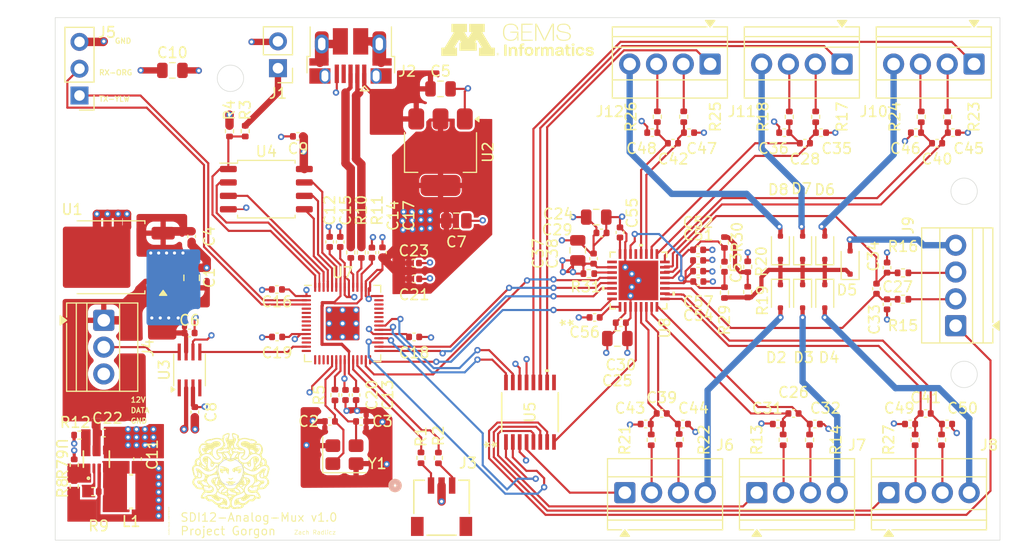
<source format=kicad_pcb>
(kicad_pcb (version 20241229) (generator "pcbnew") (generator_version "9.0")
  (layers (0 "F.Cu" signal) (4 "In1.Cu" mixed) (6 "In2.Cu" power) (2 "B.Cu" signal) (13 "F.Paste" user) (15 "B.Paste" user) (5 "F.SilkS" user "F.Silkscreen") (7 "B.SilkS" user "B.Silkscreen") (1 "F.Mask" user) (3 "B.Mask" user) (25 "Edge.Cuts" user))
  (net 0 "")
  (net 1 "+12V")
  (net 2 "/XIN")
  (net 3 "Net-(C3-Pad1)")
  (net 4 "+5V")
  (net 5 "VBUS")
  (net 6 "+3V3")
  (net 7 "+1V1")
  (net 8 "GND")
  (net 9 "/RTD_2_NEG")
  (net 10 "/RTD_2_POS")
  (net 11 "/RTD_4_POS")
  (net 12 "/RTD_4_NEG")
  (net 13 "/RTD_6_POS")
  (net 14 "/RTD_6_NEG")
  (net 15 "Net-(D2-A)")
  (net 16 "/RTD_1_POS")
  (net 17 "/RTD_1_NEG")
  (net 18 "/RTD_5_POS")
  (net 19 "/RTD_5_NEG")
  (net 20 "/RTD_3_POS")
  (net 21 "/RTD_3_NEG")
  (net 22 "/RTD_7_NEG")
  (net 23 "/RTD_7_POS")
  (net 24 "/POSITIVE_REF")
  (net 25 "/NEGATIVE_REF")
  (net 26 "Net-(U8-REGCAPA)")
  (net 27 "Net-(U8-REGCAPD)")
  (net 28 "/~{USB_BOOT}")
  (net 29 "/USB_D+")
  (net 30 "/USB_D-")
  (net 32 "Net-(J3-Pad3)")
  (net 33 "Net-(J3-Pad1)")
  (net 34 "/SDI12_DATA_5V")
  (net 35 "/UART0_TX")
  (net 36 "/UART0_RX")
  (net 37 "Net-(J6-Pin_3)")
  (net 38 "Net-(J6-Pin_2)")
  (net 39 "/EX_I_1")
  (net 40 "/EXCITATION_CURRENT_OUT")
  (net 41 "Net-(J7-Pin_3)")
  (net 42 "/EX_I_2")
  (net 43 "Net-(J7-Pin_2)")
  (net 44 "/EX_I_3")
  (net 45 "Net-(J8-Pin_2)")
  (net 46 "Net-(J8-Pin_3)")
  (net 47 "Net-(J9-Pin_3)")
  (net 48 "/EX_I_4")
  (net 49 "Net-(J9-Pin_2)")
  (net 50 "Net-(J10-Pin_2)")
  (net 51 "Net-(J10-Pin_3)")
  (net 52 "/EX_I_5")
  (net 53 "Net-(J11-Pin_3)")
  (net 54 "Net-(J11-Pin_2)")
  (net 55 "/EX_I_6")
  (net 56 "Net-(J12-Pin_2)")
  (net 57 "/EX_I_7")
  (net 58 "Net-(J12-Pin_3)")
  (net 59 "Net-(U6-SW)")
  (net 60 "/SWCLK")
  (net 61 "/SWD")
  (net 62 "/QSPI_SS")
  (net 63 "/XOUT")
  (net 64 "Net-(U6-FB{slash}VSET)")
  (net 65 "Net-(U6-PG)")
  (net 66 "Net-(U7-USB_DP)")
  (net 67 "Net-(U7-USB_DM)")
  (net 68 "Net-(U6-MODE{slash}S-CONF)")
  (net 69 "Net-(R19-Pad2)")
  (net 70 "Net-(U8-*SYNC)")
  (net 71 "/SDI12_DATA_3V3")
  (net 74 "/QSPI_SD3")
  (net 75 "/QSPI_SCLK")
  (net 76 "/QSPI_SD0")
  (net 77 "/QSPI_SD2")
  (net 78 "/QSPI_SD1")
  (net 79 "/MUX_A2")
  (net 80 "/MUX_A1")
  (net 82 "/MUX_A0")
  (net 83 "/MUX_EN")
  (net 84 "/EXCITATION_CURRENT_SRC")
  (net 86 "/MISO")
  (net 88 "/RUN")
  (net 89 "/MOSI")
  (net 90 "/ADC_CS")
  (net 91 "/SCLK")
  (net 108 "Net-(D3-A)")
  (net 109 "Net-(D4-A)")
  (net 110 "Net-(D5-A)")
  (net 111 "Net-(D6-A)")
  (net 112 "Net-(D7-A)")
  (net 113 "Net-(D8-A)")
  (footprint "Capacitor_SMD:C_0402_1005Metric" (layer "F.Cu") (at 174.88 105)
    (property "Reference" "C49")
    (property "Value" ".01u")
  )
  (footprint "Capacitor_SMD:C_0402_1005Metric" (layer "F.Cu") (at 106.825 87.22 90)
    (property "Reference" "C4")
    (property "Value" "2.2u")
  )
  (footprint "Resistor_SMD:R_0402_1005Metric" (layer "F.Cu") (at 175.36 106.5 90)
    (property "Reference" "R27")
    (property "Value" "1k")
  )
  (footprint "TerminalBlock:TerminalBlock_Xinya_XY308-2.54-4P_1x04_P2.54mm_Horizontal" (layer "F.Cu") (at 172.86 111.5)
    (property "Reference" "J8")
    (property "Value" "Screw_Terminal_01x04")
  )
  (footprint "Resistor_SMD:R_0402_1005Metric" (layer "F.Cu") (at 95.7 108.86 -90)
    (property "Reference" "R7")
    (property "Value" "34k")
  )
  (footprint "Capacitor_SMD:C_0402_1005Metric" (layer "F.Cu") (at 98.53 105.85)
    (property "Reference" "C22")
    (property "Value" "10u")
  )
  (footprint "Capacitor_SMD:C_0402_1005Metric" (layer "F.Cu") (at 153.94 77.4 180)
    (property "Reference" "C47")
    (property "Value" ".01u")
  )
  (footprint "Capacitor_SMD:C_0402_1005Metric" (layer "F.Cu") (at 127.9 96.75)
    (property "Reference" "C18")
    (property "Value" "100n")
  )
  (footprint "Resistor_SMD:R_0402_1005Metric" (layer "F.Cu") (at 96.2 106.05)
    (property "Reference" "R12")
    (property "Value" "9.31k")
  )
  (footprint "Resistor_SMD:R_0402_1005Metric" (layer "F.Cu") (at 111.9 77.25 90)
    (property "Reference" "R3")
    (property "Value" "1k")
  )
  (footprint "Resistor_SMD:R_0402_1005Metric" (layer "F.Cu") (at 153.44 75.89 -90)
    (property "Reference" "R25")
    (property "Value" "1k")
  )
  (footprint "Capacitor_SMD:C_0402_1005Metric" (layer "F.Cu") (at 166.44 77.4 180)
    (property "Reference" "C35")
    (property "Value" ".01u")
  )
  (footprint "Connector_PinHeader_2.54mm:PinHeader_1x03_P2.54mm_Vertical" (layer "F.Cu") (at 96.2 73.88 180)
    (property "Reference" "J5")
    (property "Value" "Conn_01x03_Socket")
  )
  (footprint "Capacitor_SMD:C_0402_1005Metric" (layer "F.Cu") (at 154.8 90.5181)
    (property "Reference" "C57")
    (property "Value" ".1u")
  )
  (footprint "LOGO" (layer "F.Cu") (at 137.6 68.6)
    (property "Reference" "a")
    (property "Value" "LOGO" (hide yes))
  )
  (footprint "Capacitor_SMD:C_0402_1005Metric" (layer "F.Cu") (at 127.9 91.25)
    (property "Reference" "C21")
    (property "Value" "100n")
  )
  (footprint "Capacitor_SMD:C_0402_1005Metric" (layer "F.Cu") (at 122.88 104.75)
    (property "Reference" "C3")
    (property "Value" "15p")
  )
  (footprint "Diode_SMD:D_SOD-323F" (layer "F.Cu") (at 166.8 92.9 -90)
    (property "Reference" "D4")
    (property "Value" "D_Schottky")
  )
  (footprint "Capacitor_SMD:C_0805_2012Metric" (layer "F.Cu") (at 106.825 91.15 -90)
    (property "Reference" "C1")
    (property "Value" "1u")
  )
  (footprint "Resistor_SMD:R_0402_1005Metric" (layer "F.Cu") (at 153.01 106.45 -90)
    (property "Reference" "R22")
    (property "Value" "1k")
  )
  (footprint "Capacitor_SMD:C_0402_1005Metric" (layer "F.Cu") (at 101.7 108.3 90)
    (property "Reference" "C11")
    (property "Value" "22u")
  )
  (footprint "Capacitor_SMD:C_0402_1005Metric" (layer "F.Cu") (at 178.94 77.4 180)
    (property "Reference" "C45")
    (property "Value" ".01u")
  )
  (footprint "Capacitor_SMD:C_0402_1005Metric" (layer "F.Cu") (at 154.8 88.5)
    (property "Reference" "C52")
    (property "Value" ".01u")
  )
  (footprint "AD7124:CP_32_12_ADI-M" (layer "F.Cu") (at 149.15 91.3981 90)
    (property "Reference" "U8")
    (property "Value" "AD7124-8BCPZ")
  )
  (footprint "Capacitor_SMD:C_0805_2012Metric" (layer "F.Cu") (at 145.15 85.3981 180)
    (property "Reference" "C24")
    (property "Value" "1u")
  )
  (footprint "RP2040_minimal_r2:USB_Micro-B_Amphenol_10103594-0001LF_Horizontal_modified" (layer "F.Cu") (at 121.875 69 180)
    (property "Reference" "J2")
    (property "Value" "USB_B_Micro")
  )
  (footprint "Resistor_SMD:R_0402_1005Metric" (layer "F.Cu") (at 157.3 87.8 -90)
    (property "Reference" "R30")
    (property "Value" "1k")
  )
  (footprint "TerminalBlock:TerminalBlock_Xinya_XY308-2.54-4P_1x04_P2.54mm_Horizontal" (layer "F.Cu") (at 155.94 70.9 180)
    (property "Reference" "J12")
    (property "Value" "Screw_Terminal_01x04")
  )
  (footprint "Resistor_SMD:R_0402_1005Metric" (layer "F.Cu") (at 178.44 75.9 -90)
    (property "Reference" "R23")
    (property "Value" "1k")
  )
  (footprint "TerminalBlock:TerminalBlock_Xinya_XY308-2.54-4P_1x04_P2.54mm_Horizontal" (layer "F.Cu") (at 168.44 70.9 180)
    (property "Reference" "J11")
    (property "Value" "Screw_Terminal_01x04")
  )
  (footprint "Diode_SMD:D_SOD-323F" (layer "F.Cu") (at 166.8 88.3 90)
    (property "Reference" "D6")
    (property "Value" "D_Schottky")
  )
  (footprint "Capacitor_SMD:C_0402_1005Metric" (layer "F.Cu") (at 151.36 104)
    (property "Reference" "C39")
    (property "Value" ".1u")
  )
  (footprint "Resistor_SMD:R_0402_1005Metric" (layer "F.Cu") (at 150.94 75.89 90)
    (property "Reference" "R26")
    (property "Value" "1k")
  )
  (footprint "Package_SO_Downloaded:SOIC-8_5.23x5.23mm_P1.27mm" (layer "F.Cu") (at 113.9 82.75)
    (property "Reference" "U4")
    (property "Value" "W25Q128JVS")
  )
  (footprint "Capacitor_SMD:C_0805_2012Metric" (layer "F.Cu") (at 147.15 96.8981)
    (property "Reference" "C25")
    (property "Value" "1u")
  )
  (footprint "Crystal:Crystal_SMD_3225-4Pin_3.2x2.5mm" (layer "F.Cu") (at 121.3 107.9)
    (property "Reference" "Y1")
    (property "Value" "ABM8-272-T3")
  )
  (footprint "Capacitor_SMD:C_0402_1005Metric" (layer "F.Cu") (at 171.7 92.18 90)
    (property "Reference" "C27")
    (property "Value" ".1u")
  )
  (footprint "Capacitor_SMD:C_0402_1005Metric" (layer "F.Cu") (at 153.36 105)
    (property "Reference" "C44")
    (property "Value" ".01u")
  )
  (footprint "Capacitor_SMD:C_0402_1005Metric" (layer "F.Cu") (at 165.86 105)
    (property "Reference" "C32")
    (property "Value" ".01u")
  )
  (footprint "Resistor_SMD:R_0402_1005Metric" (layer "F.Cu") (at 174.21 90.68)
    (property "Reference" "R16")
    (property "Value" "1k")
  )
  (footprint "Resistor_SMD:R_0402_1005Metric" (layer "F.Cu") (at 95.7 110.91 -90)
    (property "Reference" "R8")
    (property "Value" "154k")
  )
  (footprint "Resistor_SMD:R_0402_1005Metric" (layer "F.Cu") (at 162.86 106.5 90)
    (property "Reference" "R13")
    (property "Value" "1k")
  )
  (footprint "Package_TO_SOT_SMD:SOT-223-3_TabPin2" (layer "F.Cu") (at 130.4 79.25 -90)
    (property "Reference" "U2")
    (property "Value" "NCP1117-3.3_SOT223")
  )
  (footprint "Capacitor_SMD:C_0402_1005Metric" (layer "F.Cu") (at 157.3 90.1 90)
    (property "Reference" "C53")
    (property "Value" ".1u")
  )
  (footprint "Capacitor_SMD:C_0402_1005Metric" (layer "F.Cu") (at 175.44 77.4 180)
    (property "Reference" "C46")
    (property "Value" ".01u")
  )
  (footprint "Capacitor_SMD:C_0402_1005Metric" (layer "F.Cu") (at 154.82 91.5)
    (property "Reference" "C54")
    (property "Value" "1u")
  )
  (footprint "Capacitor_SMD:C_0402_1005Metric" (layer "F.Cu") (at 164.92 78.4 180)
    (property "Reference" "C28")
    (property "Value" ".1u")
  )
  (footprint "TerminalBlock:TerminalBlock_Xinya_XY308-2.54-4P_1x04_P2.54mm_Horizontal" (layer "F.Cu") (at 179.2 95.68 90)
    (property "Reference" "J9")
    (property "Value" "Screw_Terminal_01x04")
  )
  (footprint "JST_SH3PIN_SOCKET:CONN_SM03B-SRSS-TB_JST" (layer "F.Cu") (at 130.5 112.924999)
    (property "Reference" "J3")
    (property "Value" "SM03B-SRSS-TB")
  )
  (footprint "Capacitor_SMD:C_0402_1005Metric" (layer "F.Cu") (at 106.625 96.375 180)
    (property "Reference" "C6")
    (property "Value" ".1u")
  )
  (footprint "Resistor_SMD:R_0402_1005Metric" (layer "F.Cu") (at 122.9 88.75 -90)
    (property "Reference" "R11")
    (property "Value" "27")
  )
  (footprint "Resistor_SMD:R_0402_1005Metric" (layer "F.Cu") (at 159.5 92.5 90)
    (property "Reference" "R19")
    (property "Value" "5.11k .1%")
  )
  (footprint "Capacitor_SMD:C_0402_1005Metric" (layer "F.Cu") (at 122.4 102.25 -90)
    (property "Reference" "C13")
    (property "Value" "100n")
  )
  (footprint "Capacitor_SMD:C_0402_1005Metric" (layer "F.Cu") (at 177.44 78.4 180)
    (property "Reference" "C40")
    (property "Value" ".1u")
  )
  (footprint "Resistor_SMD:R_0402_1005Metric" (layer "F.Cu") (at 174.21 93.18 180)
    (property "Reference" "R15")
    (property "Value" "1k")
  )
  (footprint "Capacitor_SMD:C_0402_1005Metric" (layer "F.Cu") (at 147.4 86.85 90)
    (property "Reference" "C55")
    (property "Value" ".1u")
  )
  (footprint "Capacitor_SMD:C_0402_1005Metric" (layer "F.Cu") (at 124.9 88.75 90)
    (property "Reference" "C17")
    (property "Value" "1u")
  )
  (footprint "Capacitor_SMD:C_0402_1005Metric" (layer "F.Cu") (at 144.9 89.33 90)
    (property "Reference" "C38")
    (property "Value" ".1u")
  )
  (footprint "Capacitor_SMD:C_0402_1005Metric" (layer "F.Cu") (at 120.9 87.75 90)
    (property "Reference" "C15")
    (property "Value" "100n")
  )
  (footprint "Resistor_SMD:R_0402_1005Metric" (layer "F.Cu") (at 110.41 77.25 -90)
    (property "Reference" "R4")
    (property "Value" "DNF")
  )
  (footprint "Capacitor_SMD:C_0402_1005Metric" (layer "F.Cu") (at 172.7 93.66 90)
    (property "Reference" "C33")
    (property "Value" ".01u")
  )
  (footprint "LOGO" (layer "F.Cu") (at 110.4 109.7)
    (property "Reference" "a")
    (property "Value" "LOGO" (hide yes))
  )
  (footprint "Capacitor_SMD:C_0402_1005Metric" (layer "F.Cu") (at 152.42 78.4 180)
    (property "Reference" "C42")
    (property "Value" ".1u")
  )
  (footprint "Capacitor_SMD:C_0402_1005Metric" (layer "F.Cu") (at 162.36 105)
    (property "Reference" "C31")
    (property "Value" ".01u")
  )
  (footprint "Capacitor_SMD:C_0402_1005Metric" (layer "F.Cu") (at 172.7 90.18 90)
    (property "Reference" "C34")
    (property "Value" ".01u")
  )
  (footprint "Capacitor_SMD:C_0402_1005Metric" (layer "F.Cu") (at 107.125 103.875 90)
    (property "Reference" "C8")
    (property "Value" ".1u")
  )
  (footprint "TerminalBlock:TerminalBlock_Xinya_XY308-2.54-4P_1x04_P2.54mm_Horizontal" (layer "F.Cu") (at 147.86 111.5)
    (property "Reference" "J6")
    (property "Value" "Screw_Terminal_01x04")
  )
  (footprint "Capacitor_SMD:C_0402_1005Metric" (layer "F.Cu") (at 127.88 89.75)
    (property "Reference" "C23")
    (property "Value" "100n")
  )
  (footprint "Resistor_SMD:R_0402_1005Metric" (layer "F.Cu") (at 150.36 106.5 90)
    (property "Reference" "R21")
    (property "Value" "1k")
  )
  (footprint "Resistor_SMD:R_0402_1005Metric" (layer "F.Cu") (at 120.4 102.25 -90)
    (property "Reference" "R5")
    (property "Value" "1k")
  )
  (footprint "TerminalBlock:TerminalBlock_Xinya_XY308-2.54-3P_1x03_P2.54mm_Horizontal" (layer "F.Cu") (at 98.5 95.175 -90)
    (property "Reference" "J4")
    (property "Value" "Screw_Terminal_01x03")
  )
  (footprint "Resistor_SMD:R_0402_1005Metric" (layer "F.Cu") (at 144.45 90.7519 180)
    (property "Reference" "R31")
    (property "Value" "10k")
  )
  (footprint "Resistor_SMD:R_0402_1005Metric" (layer "F.Cu") (at 165.94 75.9 -90)
    (property "Reference" "R17")
    (property "Value" "1k")
  )
  (footprint "Capacitor_SMD:C_0805_2012Metric" (layer "F.Cu") (at 105 71.5)
    (property "Reference" "C10")
    (property "Value" "10u")
  )
  (footprint "Capacitor_SMD:C_0402_1005Metric" (layer "F.Cu") (at 149.84 105)
    (property "Reference" "C43")
    (property "Value" ".01u")
  )
  (footprint "TPS629210:SOT_9210DRLR_TEX-M" (layer "F.Cu") (at 97.799811 108.3241 90)
    (property "Reference" "U6")
    (property "Value" "XPS629210DRLR")
  )
  (footprint "Package_SO:SSOP-8_2.95x2.8mm_P0.65mm" (layer "F.Cu") (at 106.625 99.875 90)
    (property "Reference" "U3")
    (property "Value" "TXS0102DCT")
  )
  (footprint "Resistor_SMD:R_0402_1005Metric" (layer "F.Cu") (at 163.44 75.9 90)
    (property "Reference" "R18")
    (property "Value" "1k")
  )
  (footprint "Capacitor_SMD:C_0402_1005Metric" (layer "F.Cu") (at 147.48 95.4)
    (property "Reference" "C30")
    (property "Value" ".1u")
  )
  (footprint "Diode_SMD:D_SOD-323F" (layer "F.Cu") (at 164.7 92.9 -90)
    (property "Reference" "D3")
    (property "Value" "D_Schottky")
  )
  (footprint "Connector_PinHeader_2.54mm:PinHeader_1x02_P2.54mm_Vertical" (layer "F.Cu") (at 115 71.29 180)
    (property "Reference" "J1")
    (property "Value" "Conn_01x02")
  )
  (footprint "Capacitor_SMD:C_0402_1005Metric" (layer "F.Cu") (at 114.92 96.75 180)
    (property "Reference" "C19")
    (property "Value" "100n")
  )
  (footprint "Resistor_SMD:R_0402_1005Metric" (layer "F.Cu") (at 121.9 88.75 -90)
    (property "Reference" "R10")
    (property "Value" "27")
  )
  (footprint "Capacitor_SMD:C_0402_1005Metric" (layer "F.Cu") (at 150.46 77.4 180)
    (property "Reference" "C48")
    (property "Value" ".01u")
  )
  (footprint "Capacitor_SMD:C_0402_1005Metric" (layer "F.Cu") (at 114.9 92.25 180)
    (property "Reference" "C16")
    (property "Value" "100n")
  )
  (footprint "Diode_SMD:D_SOD-323F" (layer "F.Cu") (at 164.7 88.3 90)
    (property "Reference" "D7")
    (property "Value" "D_Schottky")
  )
  (footprint "74438334022:WE-MAPI_3012" (layer "F.Cu") (at 101.1 111.4 180)
    (property "Reference" "L1")
    (property "Value" "2.2u")
  )
  (footprint "Diode_SMD:D_SOD-323F" (layer "F.Cu") (at 162.6 92.9 -90)
    (property "Reference" "D2")
    (property "Value" "D_Schottky")
  )
  (footprint "Capacitor_SMD:C_0402_1005Metric" (layer "F.Cu") (at 178.38 105)
    (property "Reference" "C50")
    (property "Value" ".01u")
  )
  (footprint "Capacitor_SMD:C_0805_2012Metric" (layer "F.Cu") (at 130.4 73.25)
    (property "Reference" "C5")
    (property "Value" "10u")
  )
  (footprint "TerminalBlock:TerminalBlock_Xinya_XY308-2.54-4P_1x04_P2.54mm_Horizontal" (layer "F.Cu") (at 180.94 70.9 180)
    (property "Reference" "J10")
    (property "Value" "Screw_Terminal_01x04")
  )
  (footprint "Capacitor_SMD:C_0805_2012Metric" (layer "F.Cu") (at 143.4 88.55 90)
    (property "Reference" "C37")
    (property "Value" "1u")
  )
  (footprint "Resistor_SMD:R_0402_1005Metric" (layer "F.Cu") (at 159.5 90.1 90)
    (property "Reference" "R20")
    (property "Value" "250")
  )
  (footprint "Capacitor_SMD:C_0402_1005Metric" (layer "F.Cu") (at 123.9 88.77 90)
    (property "Reference" "C14")
    (property "Value" "1u")
  )
  (footprint "Resistor_SMD:R_0402_1005Metric" (layer "F.Cu") (at 165.36 106.5 -90)
    (property "Reference" "R14")
    (property "Value" "1k")
  )
  (footprint "Resistor_SMD:R_0402_1005Metric" (layer "F.Cu") (at 175.94 75.9 90)
    (property "Reference" "R24")
    (property "Value" "1k")
  )
  (footprint "Resistor_SMD:R_0402_1005Metric" (layer "F.Cu") (at 130.2 108.21 90)
    (property "Reference" "R2")
    (property "Value" "100")
  )
  (footprint "Resistor_SMD:R_0402_1005Metric" (layer "F.Cu") (at 177.86 106.5 -90)
    (property "Reference" "R28" (hide yes))
    (property "Value" "1k")
  )
  (footprint "TerminalBlock:TerminalBlock_Xinya_XY308-2.54-4P_1x04_P2.54mm_Horizontal" (layer "F.Cu") (at 160.36 111.5)
    (property "Reference" "J7")
    (property "Value" "Screw_Terminal_01x04")
  )
  (footprint "Capacitor_SMD:C_0402_1005Metric" (layer "F.Cu") (at 116.9 77.75 180)
    (property "Reference" "C9")
    (property "Value" "100n")
  )
  (footprint "Capacitor_SMD:C_0402_1005Metric" (layer "F.Cu") (at 145 94.9 180)
    (property "Reference" "C56")
    (property "Value" ".1u")
  )
  (footprint "Capacitor_SMD:C_0402_1005Metric" (layer "F.Cu") (at 163.84 104)
    (property "Reference" "C26")
    (property "Value" ".1u")
  )
  (footprint "Diode_SMD:D_SOD-323F" (layer "F.Cu") (at 169.2 89.7 90)
    (property "Reference" "D5")
    (property "Value" "D_Schottky")
  )
  (footprint "ADG708:RU_16_ADI" (layer "F.Cu") (at 138.874999 103.8806 90)
    (property "Reference" "U5")
    (property "Value" "ADG708BRUZ")
  )
  (footprint "Resistor_SMD:R_0402_1005Metric" (layer "F.Cu") (at 97.51 111.4 180)
    (property "Reference" "R9")
    (property "Value" "100k")
  )
  (footprint "Capacitor_SMD:C_0402_1005Metric" (layer "F.Cu") (at 119.92 104.75 180)
    (property "Reference" "C2")
    (property "Value" "15p")
  )
  (footprint "Package_TO_SOT_SMD:TO-252-2" (layer "F.Cu") (at 99.085 89.2 180)
    (property "Reference" "U1")
    (property "Value" "LP2950-5.0_TO252")
  )
  (footprint "RP2040_minimal_r2:RP2040-QFN-56" (layer "F.Cu") (at 121.125 95.475)
    (property "Reference" "U7")
    (property "Value" "RP2040")
  )
  (footprint "Capacitor_SMD:C_0402_1005Metric" (layer "F.Cu") (at 176.36 104)
    (property "Reference" "C41")
    (property "Value" ".1u")
  )
  (footprint "Capacitor_SMD:C_0402_1005Metric" (layer "F.Cu") (at 162.96 77.4 180)
    (property "Reference" "C36")
    (property "Value" ".01u")
  )
  (footprint "Capacitor_SMD:C_0402_1005Metric" (layer "F.Cu") (at 119.9 87.75 90)
    (property "Reference" "C12")
    (property "Value" "100n")
  )
  (footprint "Diode_SMD:D_SOD-323F" (layer "F.Cu") (at 162.6 88.3 90)
    (property "Reference" "D8")
    (property "Value" "D_Schottky")
  )
  (footprint "Resistor_SMD:R_0402_1005Metric" (layer "F.Cu") (at 157.3 92.55 90)
    (property "Reference" "R29")
    (property "Value" "1k")
  )
  (footprint "Capacitor_SMD:C_0805_2012Metric" (layer "F.Cu") (at 131.9 85.75)
    (property "Reference" "C7")
    (property "Value" "10u")
  )
  (footprint "Capacitor_SMD:C_0402_1005Metric" (layer "F.Cu") (at 145.65 86.8981 180)
    (property "Reference" "C29")
    (property "Value" ".1u")
  )
  (footprint "Capacitor_SMD:C_0402_1005Metric" (layer "F.Cu") (at 154.8 89.5)
    (property "Reference" "C51")
    (property "Value" ".01u")
  )
  (footprint "Capacitor_SMD:C_0402_1005Metric" (layer "F.Cu") (at 121.4 102.25 -90)
    (property "Reference" "C20")
    (property "Value" "100n")
  )
  (footprint "Resistor_SMD:R_0402_1005Metric" (layer "F.Cu") (at 128.55 108.2 -90)
    (property "Reference" "R1")
    (property "Value" "100")
  )
  (gr_circle (center 110.5 72.25) (end 111.75 72.25) (stroke (width 0.05)) (fill no) (layer "Edge.Cuts"))
  (gr_circle (center 110.5 109.55) (end 111.75 109.55) (stroke (width 0.05)) (fill no) (layer "Edge.Cuts"))
  (gr_circle (center 180 82.95) (end 181.25 82.95) (stroke (width 0.05)) (fill no) (layer "Edge.Cuts"))
  (gr_rect (start 93.9 66.5) (end 183.4 116) (stroke (width 0.05)) (fill no) (layer "Edge.Cuts"))
  (gr_circle (center 180 100.3) (end 181.25 100.3) (stroke (width 0.05)) (fill no) (layer "Edge.Cuts"))
  (gr_text "TX-YLW" (at 98 74.5 0) (layer "F.SilkS") (effects (font (size 0.5 0.5) (thickness 0.1)) (justify left bottom)))
  (gr_text "Zach Radlicz" (at 116.5 115.5 0) (layer "F.SilkS") (effects (font (size 0.4 0.4) (thickness 0.05)) (justify left bottom)))
  (gr_text "12V" (at 101 103 0) (layer "F.SilkS") (effects (font (size 0.5 0.5) (thickness 0.1)) (justify left bottom)))
  (gr_text "SDI12-Analog-Mux v1.0\nProject Gorgon" (at 105.7 115.6 0) (layer "F.SilkS") (effects (font (size 0.8 0.8) (thickness 0.1)) (justify left bottom)))
  (gr_text "GND" (at 99.5 69 0) (layer "F.SilkS") (effects (font (size 0.5 0.5) (thickness 0.1)) (justify left bottom)))
  (gr_text "GND" (at 101 105 0) (layer "F.SilkS") (effects (font (size 0.5 0.5) (thickness 0.1)) (justify left bottom)))
  (gr_text "RX-ORG" (at 98 72 0) (layer "F.SilkS") (effects (font (size 0.5 0.5) (thickness 0.1) (bold yes)) (justify left bottom)))
  (gr_text "DATA" (at 101 104 0) (layer "F.SilkS") (effects (font (size 0.5 0.5) (thickness 0.1)) (justify left bottom)))
  (segment (start 104.745 92.1) (end 104.125 91.48) (width 0.8) (layer "F.Cu") (net 1))
  (segment (start 100.43 95.175) (end 104.125 91.48) (width 0.8) (layer "F.Cu") (net 1))
  (segment (start 106.825 92.1) (end 104.745 92.1) (width 0.8) (layer "F.Cu") (net 1))
  (segment (start 98.1 105.9) (end 98.05 105.85) (width 0.3) (layer "F.Cu") (net 1))
  (segment (start 98.5 95.175) (end 100.43 95.175) (width 0.8) (layer "F.Cu") (net 1))
  (segment (start 120.4 104.15) (end 120.4 104.75) (width 0.2) (layer "F.Cu") (net 2))
  (segment (start 120.2 108.75) (end 121.201 107.749) (width 0.2) (layer "F.Cu") (net 2))
  (segment (start 120.525 99.775) (end 119.5 100.8) (width 0.2) (layer "F.Cu") (net 2))
  (segment (start 119.5 100.8) (end 119.5 103.25) (width 0.2) (layer "F.Cu") (net 2))
  (segment (start 119.5 103.25) (end 120.4 104.15) (width 0.2) (layer "F.Cu") (net 2))
  (segment (start 121.201 107.749) (end 121.201 105.551) (width 0.2) (layer "F.Cu") (net 2))
  (segment (start 121.201 105.551) (end 120.4 104.75) (width 0.2) (layer "F.Cu") (net 2))
  (segment (start 120.525 98.9125) (end 120.525 99.775) (width 0.2) (layer "F.Cu") (net 2))
  (segment (start 120.4 102.76) (end 120.4 103.499943) (width 0.2) (layer "F.Cu") (net 3))
  (segment (start 120.4 103.499943) (end 121.650057 104.75) (width 0.2) (layer "F.Cu") (net 3))
  (segment (start 121.650057 104.75) (end 122.4 104.75) (width 0.2) (layer "F.Cu") (net 3))
  (segment (start 122.4 104.75) (end 122.4 107.05) (width 0.2) (layer "F.Cu") (net 3))
  (segment (start 104.125 86.92) (end 104.305 86.74) (width 0.8) (layer "F.Cu") (net 4))
  (segment (start 106.3 98.175) (end 106.3 96.53) (width 0.4) (layer "F.Cu") (net 4))
  (segment (start 106.3 96.53) (end 106.145 96.375) (width 0.4) (layer "F.Cu") (net 4))
  (segment (start 104.305 86.74) (end 106.825 86.74) (width 0.8) (layer "F.Cu") (net 4))
  (via (at 105.55 94.95) (size 0.6) (drill 0.3) (layers "F.Cu" "B.Cu") (net 4))
  (via (at 104.45 88.8) (size 0.6) (drill 0.3) (layers "F.Cu" "B.Cu") (net 4))
  (via (at 106 88.8) (size 0.6) (drill 0.3) (layers "F.Cu" "B.Cu") (net 4))
  (via (at 104.65 94.95) (size 0.6) (drill 0.3) (layers "F.Cu" "B.Cu") (net 4))
  (via (at 102.95 88.8) (size 0.6) (drill 0.3) (layers "F.Cu" "B.Cu") (net 4))
  (via (at 103.7 88.8) (size 0.6) (drill 0.3) (layers "F.Cu" "B.Cu") (net 4))
  (via (at 103.05 94.95) (size 0.6) (drill 0.3) (layers "F.Cu" "B.Cu") (net 4))
  (via (at 103.85 94.95) (size 0.6) (drill 0.3) (layers "F.Cu" "B.Cu") (net 4))
  (via (at 105.2 88.8) (size 0.6) (drill 0.3) (layers "F.Cu" "B.Cu") (net 4))
  (segment (start 124.1 73.867214) (end 124.1 74) (width 0.4) (layer "F.Cu") (net 5))
  (segment (start 123.175 71.825) (end 123.175 72.942214) (width 0.4) (layer "F.Cu") (net 5))
  (segment (start 123.175 72.942214) (end 124.1 73.867214) (width 0.4) (layer "F.Cu") (net 5))
  (segment (start 115.4 96.75) (end 116.05 96.75) (width 0.2) (layer "F.Cu") (net 6))
  (segment (start 121.725 91.4) (end 121.325 91) (width 0.2) (layer "F.Cu") (net 6))
  (segment (start 117.7 92.3) (end 117.7 92.8625) (width 0.2) (layer "F.Cu") (net 6))
  (segment (start 116.675 92.875) (end 117.6875 92.875) (width 0.2) (layer "F.Cu") (net 6))
  (segment (start 116.677226 96.95) (end 117.153226 96.474) (width 0.2) (layer "F.Cu") (net 6))
  (segment (start 117.7 92.8625) (end 117.6875 92.875) (width 0.2) (layer "F.Cu") (net 6))
  (segment (start 125.301814 89.23) (end 126.75 87.781814) (width 0.8) (layer "F.Cu") (net 6))
  (segment (start 123.725 91.575) (end 124.9 90.4) (width 0.2) (layer "F.Cu") (net 6))
  (segment (start 123.625508 95.997529) (end 123.625508 96.073282) (width 0.2) (layer "F.Cu") (net 6))
  (segment (start 145.2381 90.1481) (end 144.9 89.81) (width 0.2) (layer "F.Cu") (net 6))
  (segment (start 108.005 103.395) (end 108.05 103.35) (width 0.2) (layer "F.Cu") (net 6))
  (segment (start 123.6 93.15) (end 123.6 92.1625) (width 0.2) (layer "F.Cu") (net 6))
  (segment (start 124.9 89.23) (end 126.3 90.63) (width 0.8) (layer "F.Cu") (net 6))
  (segment (start 147.9 93.9) (end 147.9 94.5) (width 0.2) (layer "F.Cu") (net 6))
  (segment (start 116.325 96.475) (end 117.6875 96.475) (width 0.2) (layer "F.Cu") (net 6))
  (segment (start 142 90.6) (end 142.95 90.6) (width 0.2) (layer "F.Cu") (net 6))
  (segment (start 138.55 98.85) (end 138.550001 98.850001) (width 0.2) (layer "F.Cu") (net 6))
  (segment (start 121.725 92.825) (end 121.725 92.0375) (width 0.2) (layer "F.Cu") (net 6))
  (segment (start 143.94 90.7519) (end 143.94 90.04) (width 0.2) (layer "F.Cu") (net 6))
  (segment (start 124.9 89.23) (end 125.301814 89.23) (width 0.8) (layer "F.Cu") (net 6))
  (segment (start 121.3 100.7) (end 121.3 101.67) (width 0.2) (layer "F.Cu") (net 6))
  (segment (start 117.45 80.795) (end 117.5 80.845) (width 0.8) (layer "F.Cu") (net 6))
  (segment (start 123.6 92.1625) (end 123.725 92.0375) (width 0.2) (layer "F.Cu") (net 6))
  (segment (start 143.94 90.04) (end 144.17 89.81) (width 0.2) (layer "F.Cu") (net 6))
  (segment (start 121.725 92.0375) (end 121.725 91.4) (width 0.2) (layer "F.Cu") (net 6))
  (segment (start 142 90.6) (end 142.3 90.6) (width 0.2) (layer "F.Cu") (net 6))
  (segment (start 142.95 89.95) (end 143.4 89.5) (width 0.2) (layer "F.Cu") (net 6))
  (segment (start 141.95 90.55) (end 142 90.6) (width 0.2) (layer "F.Cu") (net 6))
  (segment (start 106.95 101.575) (end 106.95 103.22) (width 0.4) (layer "F.Cu") (net 6))
  (segment (start 147 96.0981) (end 146.2 96.8981) (width 0.2) (layer "F.Cu") (net 6))
  (segment (start 106.95 103.22) (end 107.125 103.395) (width 0.4) (layer "F.Cu") (net 6))
  (segment (start 121.872599 92.972599) (end 121.725 92.825) (width 0.2) (layer "F.Cu") (net 6))
  (segment (start 123.625508 96.073282) (end 124.027226 96.475) (width 0.2) (layer "F.Cu") (net 6))
  (segment (start 104.05 71.5) (end 102 71.5) (width 0.6) (layer "F.Cu") (net 6))
  (segment (start 123.325 91.475) (end 124.4 90.4) (width 0.2) (layer "F.Cu") (net 6))
  (segment (start 123.725 92.0375) (end 123.725 91.575) (width 0.2) (layer "F.Cu") (net 6))
  (segment (start 124.027226 96.475) (end 124.5625 96.475) (width 0.2) (layer "F.Cu") (net 6))
  (segment (start 108.3 97) (end 108.7 96.6) (width 0.2) (layer "F.Cu") (net 6))
  (segment (start 123.325 92.0375) (end 123.325 91.475) (width 0.2) (layer "F.Cu") (net 6))
  (segment (start 107.125 97) (end 108.3 97) (width 0.2) (layer "F.Cu") (net 6))
  (segment (start 141.95 89.5) (end 143.4 89.5) (width 0.2) (layer "F.Cu") (net 6))
  (segment (start 147 95.4) (end 147 96.0981) (width 0.2) (layer "F.Cu") (net 6))
  (segment (start 138.550001 98.850001) (end 138.550001 101.0612) (width 0.2) (layer "F.Cu") (net 6))
  (segment (start 121.325 91) (end 121.325 92.0375) (width 0.2) (layer "F.Cu") (net 6))
  (segment (start 122.228874 92.972599) (end 121.522599 92.972599) (width 0.2) (layer "F.Cu") (net 6))
  (segment (start 120.9 88.23) (end 120.9 89.3329) (width 0.2) (layer "F.Cu") (net 6))
  (segment (start 146.6481 90.1481) (end 145.2381 90.1481) (width 0.2) (layer "F.Cu") (net 6))
  (segment (start 106.95 97.175) (end 107.125 97) (width 0.2) (layer "F.Cu") (net 6))
  (segment (start 123.325 92.875) (end 123.6 93.15) (width 0.2) (layer "F.Cu") (net 6))
  (segment (start 123.6 93.15) (end 123.875 92.875) (width 0.2) (layer "F.Cu") (net 6))
  (segment (start 126.3 90.63) (end 126.3 90.8) (width 0.8) (layer "F.Cu") (net 6))
  (segment (start 126.75 87.781814) (end 126.75 87.45) (width 0.8) (layer "F.Cu") (net 6))
  (segment (start 115.38 92.25) (end 116.05 92.25) (width 0.2) (layer "F.Cu") (net 6))
  (segment (start 124.5625 96.475) (end 127.145 96.475) (width 0.2) (layer "F.Cu") (net 6))
  (segment (start 124.4 90.4) (end 124.8 90.4) (width 0.2) (layer "F.Cu") (net 6))
  (segment (start 116.05 96.75) (end 116.325 96.475) (width 0.2) (layer "F.Cu") (net 6))
  (segment (start 143.1019 90.7519) (end 142.95 90.6) (width 0.2) (layer "F.Cu") (net 6))
  (segment (start 117.45 79.2) (end 117.45 80.795) (width 0.8) (layer "F.Cu") (net 6))
  (segment (start 110.41 76.74) (end 110.41 75.71) (width 0.8) (layer "F.Cu") (net 6))
  (segment (start 116.05 92.25) (end 116.675 92.875) (width 0.2) (layer "F.Cu") (net 6))
  (segment (start 143.94 90.7519) (end 143.1019 90.7519) (width 0.2) (layer "F.Cu") (net 6))
  (segment (start 120.9 89.3329) (end 121.325 89.7579) (width 0.2) (layer "F.Cu") (net 6))
  (segment (start 124.9 90.4) (end 124.9 90.3) (width 0.2) (layer "F.Cu") (net 6))
  (segment (start 107.125 103.395) (end 108.005 103.395) (width 0.2) (layer "F.Cu") (net 6))
  (segment (start 121.325 89.7579) (end 121.325 91) (width 0.2) (layer "F.Cu") (net 6))
  (segment (start 126.3 90.8) (end 126.3 91.9) (width 0.8) (layer "F.Cu") (net 6))
  (segment (start 110.41 75.71) (end 110.4 75.7) (width 0.8) (layer "F.Cu") (net 6))
  (segment (start 144.17 89.81) (end 144.9 89.81) (width 0.2) (layer "F.Cu") (net 6))
  (segment (start 121.325 100.675) (end 121.3 100.7) (width 0.2) (layer "F.Cu") (net 6))
  (segment (start 147.9 94.5) (end 147 95.4) (width 0.2) (layer "F.Cu") (net 6))
  (segment (start 143.94 90.04) (end 143.4 89.5) (width 0.2) (layer "F.Cu") (net 6))
  (segment (start 123.875 92.875) (end 124.5625 92.875) (width 0.2) (layer "F.Cu") (net 6))
  (segment (start 142.95 90.6) (end 142.95 89.95) (width 0.2) (layer "F.Cu") (net 6))
  (segment (start 124.9 90.3) (end 124.9 89.23) (width 0.2) (layer "F.Cu") (net 6))
  (segment (start 146.2 98.15) (end 146.1 98.25) (width 0.2) (layer "F.Cu") (net 6))
  (segment (start 117.45 77.82) (end 117.38 77.75) (width 0.8) (layer "F.Cu") (net 6))
  (segment (start 121.522599 92.972599) (end 121.325 92.775) (width 0.2) (layer "F.Cu") (net 6))
  (segment (start 142.3 90.6) (end 143.4 89.5) (width 0.2) (layer "F.Cu") (net 6))
  (segment (start 121.3 101.67) (end 121.4 101.77) (width 0.2) (layer "F.Cu") (net 6))
  (segment (start 146.2 96.8981) (end 146.2 98.15) (width 0.2) (layer "F.Cu") (net 6))
  (segment (start 121.325 92.775) (end 121.325 92.0375) (width 0.2) (layer "F.Cu") (net 6))
  (segment (start 141.95 89.5) (end 141.95 90.55) (width 0.2) (layer "F.Cu") (net 6))
  (segment (start 121.325 98.9125) (end 121.325 100.675) (width 0.2) (layer "F.Cu") (net 6))
  (segment (start 123.325 92.0375) (end 123.325 92.875) (width 0.2) (layer "F.Cu") (net 6))
  (segment (start 116.6 96.95) (end 116.677226 96.95) (width 0.2) (layer "F.Cu") (net 6))
  (segment (start 117.45 79.2) (end 117.45 77.82) (width 0.8) (layer "F.Cu") (net 6))
  (segment (start 106.95 98.175) (end 106.95 97.175) (width 0.2) (layer "F.Cu") (net 6))
  (segment (start 127.145 96.475) (end 127.42 96.75) (width 0.2) (layer "F.Cu") (net 6))
  (segment (start 124.8 90.4) (end 124.9 90.3) (width 0.2) (layer "F.Cu") (net 6))
  (segment (start 122.228874 92.972599) (end 121.872599 92.972599) (width 0.2) (layer "F.Cu") (net 6))
  (via (at 128.6 86.5) (size 0.6) (drill 0.3) (layers "F.Cu" "B.Cu") (net 6))
  (via (at 141.95 89.5) (size 0.6) (drill 0.3) (layers "F.Cu" "B.Cu") (net 6))
  (via (at 138.55 98.85) (size 0.6) (drill 0.3) (layers "F.Cu" "B.Cu") (net 6))
  (via (at 103.7 109.2) (size 0.6) (drill 0.3) (layers "F.Cu" "B.Cu") (net 6))
  (via (at 127.75 86.55) (size 0.6) (drill 0.3) (layers "F.Cu" "B.Cu") (net 6))
  (via (at 129.4 86.45) (size 0.6) (drill 0.3) (layers "F.Cu" "B.Cu") (net 6))
  (via (at 123.625508 95.997529) (size 0.6) (drill 0.3) (layers "F.Cu" "B.Cu") (net 6))
  (via (at 126.85 86.6) (size 0.6) (drill 0.3) (layers "F.Cu" "B.Cu") (net 6))
  (via (at 108.7 96.6) (size 0.6) (drill 0.3) (layers "F.Cu" "B.Cu") (net 6))
  (via (at 108.05 103.35) (size 0.6) (drill 0.3) (layers "F.Cu" "B.Cu") (net 6))
  (via (at 103.7 112.95) (size 0.6) (drill 0.3) (layers "F.Cu" "B.Cu") (net 6))
  (via (at 146.1 98.25) (size 0.6) (drill 0.3) (layers "F.Cu" "B.Cu") (net 6))
  (via (at 103.7 113.7) (size 0.6) (drill 0.3) (layers "F.Cu" "B.Cu") (net 6))
  (via (at 129.4 85.65) (size 0.6) (drill 0.3) (layers "F.Cu" "B.Cu") (net 6))
  (via (at 126.8 85.75) (size 0.6) (drill 0.3) (layers "F.Cu" "B.Cu") (net 6))
  (via (at 122.228874 92.972599) (size 0.6) (drill 0.3) (layers "F.Cu" "B.Cu") (net 6))
  (via (at 128.55 84.9) (size 0.6) (drill 0.3) (layers "F.Cu" "B.Cu") (net 6))
  (via (at 110.4 75.7) (size 0.6) (drill 0.3) (layers "F.Cu" "B.Cu") (net 6))
  (via (at 103.7 110.7) (size 0.6) (drill 0.3) (layers "F.Cu" "B.Cu") (net 6))
  (via (at 102 71.5) (size 0.6) (drill 0.3) (layers "F.Cu" "B.Cu") (net 6))
  (via (at 103.7 112.2) (size 0.6) (drill 0.3) (layers "F.Cu" "B.Cu") (net 6))
  (via (at 123.6 93.15) (size 0.6) (drill 0.3) (layers "F.Cu" "B.Cu") (net 6))
  (via (at 117.45 79.2) (size 0.6) (drill 0.3) (layers "F.Cu" "B.Cu") (net 6))
  (via (at 129.4 84.85) (size 0.6) (drill 0.3) (layers "F.Cu" "B.Cu") (net 6))
  (via (at 142 90.6) (size 0.6) (drill 0.3) (layers "F.Cu" "B.Cu") (net 6))
  (via (at 127.7 85.7) (size 0.6) (drill 0.3) (layers "F.Cu" "B.Cu") (net 6))
  (via (at 116.6 96.95) (size 0.6) (drill 0.3) (layers "F.Cu" "B.Cu") (net 6))
  (via (at 103.7 111.45) (size 0.6) (drill 0.3) (layers "F.Cu" "B.Cu") (net 6))
  (via (at 127.7 84.9) (size 0.6) (drill 0.3) (layers "F.Cu" "B.Cu") (net 6))
  (via (at 126.9 84.9) (size 0.6) (drill 0.3) (layers "F.Cu" "B.Cu") (net 6))
  (via (at 117.7 92.3) (size 0.6) (drill 0.3) (layers "F.Cu" "B.Cu") (net 6))
  (via (at 142.95 90.6) (size 0.6) (drill 0.3) (layers "F.Cu" "B.Cu") (net 6))
  (via (at 128.55 85.65) (size 0.6) (drill 0.3) (layers "F.Cu" "B.Cu") (net 6))
  (via (at 103.7 110) (size 0.6) (drill 0.3) (layers "F.Cu" "B.Cu") (net 6))
  (via (at 121.3 100.7) (size 0.6) (drill 0.3) (layers "F.Cu" "B.Cu") (net 6))
  (segment (start 121.725 100.225) (end 122.4 100.9) (width 0.2) (layer "F.Cu") (net 7))
  (segment (start 122.476 93.574) (end 120.374 93.574) (width 0.2) (layer "F.Cu") (net 7))
  (segment (start 121.05 97.45) (end 121.724 98.124) (width 0.3) (layer "F.Cu") (net 7))
  (segment (start 120.925 92.0375) (end 120.925 92.875) (width 0.2) (layer "F.Cu") (net 7))
  (segment (start 121.725 98.9125) (end 121.725 100.225) (width 0.2) (layer "F.Cu") (net 7))
  (segment (start 123.9 89.8171) (end 122.925 90.7921) (width 0.2) (layer "F.Cu") (net 7))
  (segment (start 122.925 92.0375) (end 122.925 93.125) (width 0.2) (layer "F.Cu") (net 7))
  (segment (start 120.925 89.925) (end 119.9 88.9) (width 0.2) (layer "F.Cu") (net 7))
  (segment (start 121.725 98.125) (end 121.724 98.124) (width 0.2) (layer "F.Cu") (net 7))
  (segment (start 120.374 93.574) (end 120.3 93.5) (width 0.2) (layer "F.Cu") (net 7))
  (segment (start 122.925 90.7921) (end 122.925 92.0375) (width 0.2) (layer "F.Cu") (net 7))
  (segment (start 120.3 93.5) (end 119.2 93.5) (width 0.3) (layer "F.Cu") (net 7))
  (segment (start 119.174 93.809974) (end 119.174 97.45) (width 0.3) (layer "F.Cu") (net 7))
  (segment (start 120.925 92.0375) (end 120.925 89.925) (width 0.2) (layer "F.Cu") (net 7))
  (segment (start 119.2 93.5) (end 119.2 93.783974) (width 0.3) (layer "F.Cu") (net 7))
  (segment (start 119.174 97.45) (end 121.05 97.45) (width 0.3) (layer "F.Cu") (net 7))
  (segment (start 122.4 100.9) (end 122.4 101.77) (width 0.2) (layer "F.Cu") (net 7))
  (segment (start 121.725 98.9125) (end 121.725 98.125) (width 0.2) (layer "F.Cu") (net 7))
  (segment (start 120.925 92.875) (end 120.3 93.5) (width 0.2) (layer "F.Cu") (net 7))
  (segment (start 119.9 88.9) (end 119.9 88.23) (width 0.2) (layer "F.Cu") (net 7))
  (segment (start 119.2 93.783974) (end 119.174 93.809974) (width 0.3) (layer "F.Cu") (net 7))
  (segment (start 123.9 89.25) (end 123.9 89.8171) (width 0.2) (layer "F.Cu") (net 7))
  (segment (start 122.925 93.125) (end 122.476 93.574) (width 0.2) (layer "F.Cu") (net 7))
  (segment (start 119.9 86.4) (end 119.8 86.3) (width 0.2) (layer "F.Cu") (net 8))
  (segment (start 138.5 108.25) (end 137.9 107.65) (width 0.2) (layer "F.Cu") (net 8))
  (segment (start 98.85 88.175) (end 97.825 89.2) (width 0.8) (layer "F.Cu") (net 8))
  (segment (start 114.95 68.8) (end 115 68.75) (width 0.6) (layer "F.Cu") (net 8))
  (segment (start 162.48 76.83) (end 162.48 77.4) (width 0.2) (layer "F.Cu") (net 8))
  (segment (start 147.96 96.7581) (end 148.1 96.8981) (width 0.2) (layer "F.Cu") (net 8))
  (segment (start 155.28 90.5181) (end 156.1181 90.5181) (width 0.2) (layer "F.Cu") (net 8))
  (segment (start 144.9 88.1281) (end 146.13 86.8981) (width 0.2) (layer "F.Cu") (net 8))
  (segment (start 161.83 104.95) (end 161.88 105) (width 0.2) (layer "F.Cu") (net 8))
  (segment (start 147.4 85.55) (end 147.6 85.35) (width 0.2) (layer "F.Cu") (net 8))
  (segment (start 147.9 87.76755) (end 148.011 87.65655) (width 0.2) (layer "F.Cu") (net 8))
  (segment (start 117.75 107.05) (end 117.7 107) (width 0.2) (layer "F.Cu") (net 8))
  (segment (start 130.5 112.333449) (end 130.5 110.824999) (width 0.8) (layer "F.Cu") (net 8))
  (segment (start 111.845 84.655) (end 112 84.5) (width 0.15) (layer "F.Cu") (net 8))
  (segment (start 120.575 73.525) (end 120.5 73.6) (width 0.2) (layer "F.Cu") (net 8))
  (segment (start 100.7 85.1) (end 100.7 86.325) (width 0.8) (layer "F.Cu") (net 8))
  (segment (start 106.95 96.53) (end 107.105 96.375) (width 0.2) (layer "F.Cu") (net 8))
  (segment (start 98.85 85.1) (end 99.85 85.1) (width 0.8) (layer "F.Cu") (net 8))
  (segment (start 107.105 96.375) (end 107.105 94.995) (width 0.2) (layer "F.Cu") (net 8))
  (segment (start 174.4 105) (end 173.4 105) (width 0.2) (layer "F.Cu") (net 8))
  (segment (start 116.42 77.75) (end 115.35 77.75) (width 0.2) (layer "F.Cu") (net 8))
  (segment (start 122.4 102.73) (end 122.4 103.65) (width 0.2) (layer "F.Cu") (net 8))
  (segment (start 148.52595 90.77405) (end 149.15 91.3981) (width 0.2) (layer "F.Cu") (net 8))
  (segment (start 96.2 68.8) (end 98.45 68.8) (width 0.8) (layer "F.Cu") (net 8))
  (segment (start 124.775 70.7875) (end 124.8625 70.7) (width 0.8) (layer "F.Cu") (net 8))
  (segment (start 147.96 95.4) (end 147.96 96.7581) (width 0.2) (layer "F.Cu") (net 8))
  (segment (start 145.17 86.8981) (end 145.17 86.3681) (width 0.2) (layer "F.Cu") (net 8))
  (segment (start 114.44 96.75) (end 113.55 96.75) (width 0.2) (layer "F.Cu") (net 8))
  (segment (start 120.9 86.4) (end 120.8 86.3) (width 0.2) (layer "F.Cu") (net 8))
  (segment (start 98.55 107.15) (end 98.8 106.9) (width 0.25) (layer "F.Cu") (net 8))
  (segment (start 155.3 91.5) (end 156.2 91.5) (width 0.2) (layer "F.Cu") (net 8))
  (segment (start 107.105 94.995) (end 107.2 94.9) (width 0.2) (layer "F.Cu") (net 8))
  (segment (start 100.7 85.1) (end 99.85 85.1) (width 0.8) (layer "F.Cu") (net 8))
  (segment (start 98.45 68.8) (end 98.5 68.75) (width 0.8) (layer "F.Cu") (net 8))
  (segment (start 148.399999 92.148101) (end 148.52405 92.02405) (width 0.2) (layer "F.Cu") (net 8))
  (segment (start 146.1 85.3981) (end 147.5519 85.3981) (width 0.2) (layer "F.Cu") (net 8))
  (segment (start 155.28 88.5) (end 156.15 88.5) (width 0.2) (layer "F.Cu") (net 8))
  (segment (start 115.35 77.75) (end 115.3 77.8) (width 0.2) (layer "F.Cu") (net 8))
  (segment (start 132.7 73.5) (end 133 73.2) (width 0.2) (layer "F.Cu") (net 8))
  (segment (start 99.85 87.175) (end 97.825 89.2) (width 0.8) (layer "F.Cu") (net 8))
  (segment (start 123.9 87.4) (end 124 87.3) (width 0.2) (layer "F.Cu") (net 8))
  (segment (start 120.125 99.525) (end 118.25 101.4) (width 0.2) (layer "F.Cu") (net 8))
  (segment (start 121.4 102.73) (end 121.4 103.65) (width 0.2) (layer "F.Cu") (net 8))
  (segment (start 129.35 89.75) (end 129.4 89.7) (width 0.2) (layer "F.Cu") (net 8))
  (segment (start 97.85 89.175) (end 97.825 89.2) (width 0.8) (layer "F.Cu") (net 8))
  (segment (start 154.42 77.4) (end 155.35 77.4) (width 0.2) (layer "F.Cu") (net 8))
  (segment (start 146.1 85.3981) (end 146.1 86.8681) (width 0.2) (layer "F.Cu") (net 8))
  (segment (start 129.35 91.25) (end 129.4 91.2) (width 0.2) (layer "F.Cu") (net 8))
  (segment (start 105.95 71.5) (end 107.475 71.5) (width 0.6) (layer "F.Cu") (net 8))
  (segment (start 147.9 88.8962) (end 147.9 90.1481) (width 0.2) (layer "F.Cu") (net 8))
  (segment (start 120.2 107.05) (end 117.75 107.05) (width 0.2) (layer "F.Cu") (net 8))
  (segment (start 129.45 96.75) (end 129.5 96.8) (width 0.2) (layer "F.Cu") (net 8))
  (segment (start 122.4 103.65) (end 122.5 103.75) (width 0.2) (layer "F.Cu") (net 8))
  (segment (start 173.4 105) (end 173.35 104.95) (width 0.2) (layer "F.Cu") (net 8))
  (segment (start 148.52405 92.02405) (end 149.15 91.3981) (width 0.2) (layer "F.Cu") (net 8))
  (segment (start 142.95 85.4) (end 144.1981 85.4) (width 0.2) (layer "F.Cu") (net 8))
  (segment (start 119.15 69) (end 120.6625 69) (width 0.8) (layer "F.Cu") (net 8))
  (segment (start 143.5 94.9) (end 144.52 94.9) (width 0.2) (layer "F.Cu") (net 8))
  (segment (start 132.7 76.1) (end 132.7 73.5) (width 0.2) (layer "F.Cu") (net 8))
  (segment (start 146.1 86.8681) (end 146.13 86.8981) (width 0.2) (layer "F.Cu") (net 8))
  (segment (start 100.7 86.325) (end 97.825 89.2) (width 0.8) (layer "F.Cu") (net 8))
  (segment (start 148.399999 93.9) (end 148.399999 92.85) (width 0.2) (layer "F.Cu") (net 8))
  (segment (start 106.825 88.033407) (end 106.825 87.741) (width 0.8) (layer "F.Cu") (net 8))
  (segment (start 147.9 90.1481) (end 148.52595 90.77405) (width 0.2) (layer "F.Cu") (net 8))
  (segment (start 138.5 108.45) (end 138.5 108.25) (width 0.2) (layer "F.Cu") (net 8))
  (segment (start 144.9 87.1681) (end 145.17 86.8981) (width 0.2) (layer "F.Cu") (net 8))
  (segment (start 113.55 92.25) (end 113.5 92.3) (width 0.2) (layer "F.Cu") (net 8))
  (segment (start 172.7 89.7) (end 172.7 88.75) (width 0.2) (layer "F.Cu") (net 8))
  (segment (start 149.45 76.3) (end 149.98 76.83) (width 0.2) (layer "F.Cu") (net 8))
  (segment (start 132.85 85.75) (end 134.35 85.75) (width 0.2) (layer "F.Cu") (net 8))
  (segment (start 106.125 105.475) (end 106.1 105.5) (width 0.8) (layer "F.Cu") (net 8))
  (segment (start 114.42 92.25) (end 113.55 92.25) (width 0.2) (layer "F.Cu") (net 8))
  (segment (start 95.69 106.84) (end 95.7 106.85) (width 0.3) (layer "F.Cu") (net 8))
  (segment (start 148.1 98.25) (end 148.1 96.8981) (width 0.2) (layer "F.Cu") (net 8))
  (segment (start 120.6625 69) (end 120.9125 68.75) (width 0.8) (layer "F.Cu") (net 8))
  (segment (start 155.28 89.5) (end 156.1 89.5) (width 0.2) (layer "F.Cu") (net 8))
  (segment (start 95.7 107.5) (end 95.7 108.35) (width 0.3) (layer "F.Cu") (net 8))
  (segment (start 120.9 87.27) (end 120.9 86.4) (width 0.2) (layer "F.Cu") (net 8))
  (segment (start 118.975 70.7875) (end 118.8875 70.7) (width 0.8) (layer "F.Cu") (net 8))
  (segment (start 148.011 87.65655) (end 148.011 86.981) (width 0.2) (layer "F.Cu") (net 8))
  (segment (start 110.3 84.655) (end 111.845 84.655) (width 0.15) (layer "F.Cu") (net 8))
  (segment (start 144.9 88.85) (end 144.9 87.1681) (width 0.2) (layer "F.Cu") (net 8))
  (segment (start 162 76.35) (end 162.48 76.83) (width 0.2) (layer "F.Cu") (net 8))
  (segment (start 107.475 71.5) (end 107.5 71.525) (width 0.6) (layer "F.Cu") (net 8))
  (segment (start 123.36 104.75) (end 124.85 104.75) (width 0.2) (layer "F.Cu") (net 8))
  (segment (start 108.25 90.2) (end 108.25 89.458407) (width 0.8) (layer "F.Cu") (net 8))
  (segment (start 148.399999 92.85) (end 148.399999 92.148101) (width 0.2) (layer "F.Cu") (net 8))
  (segment (start 123.9 88.29) (end 123.9 87.4) (width 0.2) (layer "F.Cu") (net 8))
  (segment (start 122.4 108.75) (end 125.25 108.75) (width 0.2) (layer "F.Cu") (net 8))
  (segment (start 137.5 99.3) (end 137.9 99.7) (width 0.2) (layer "F.Cu") (net 8))
  (segment (start 98.55 107.4732) (end 98.55 107.15) (width 0.25) (layer "F.Cu") (net 8))
  (segment (start 134.35 85.75) (end 134.4 85.7) (width 0.2) (layer "F.Cu") (net 8))
  (segment (start 141.9 87.6) (end 143.4 87.6) (width 0.2) (layer "F.Cu") (net 8))
  (segment (start 121.4 103.65) (end 121.5 103.75) (width 0.2) (layer "F.Cu") (net 8))
  (segment (start 119.655 71.825) (end 119.45 72.03) (width 0.2) (layer "F.Cu") (net 8))
  (segment (start 97.85 85.1) (end 98.85 85.1) (width 0.8) (layer "F.Cu") (net 8))
  (segment (start 144.1981 85.4) (end 144.2 85.3981) (width 0.2) (layer "F.Cu") (net 8))
  (segment (start 174.96 77.64) (end 174.96 77.4) (width 0.2) (layer "F.Cu") (net 8))
  (segment (start 118.25 101.4) (end 118.25 101.75) (width 0.2) (layer "F.Cu") (net 8))
  (segment (start 124.9 88.27) (end 124.9 87.3) (width 0.2) (layer "F.Cu") (net 8))
  (segment (start 156.1 89.5) (end 156.15 89.45) (width 0.2) (layer "F.Cu") (net 8))
  (segment (start 148.011 86.981) (end 147.4 86.37) (width 0.2) (layer "F.Cu") (net 8))
  (segment (start 107.125 104.355) (end 107.125 105.475) (width 0.8) (layer "F.Cu") (net 8))
  (segment (start 95.69 106.05) (end 95.69 106.84) (width 0.3) (layer "F.Cu") (net 8))
  (segment (start 118.35 104.75) (end 118.3 104.7) (width 0.2) (layer "F.Cu") (net 8))
  (segment (start 113.55 96.75) (end 113.5 96.8) (width 0.2) (layer "F.Cu") (net 8))
  (segment (start 147.4 86.37) (end 147.4 85.55) (width 0.2) (layer "F.Cu") (net 8))
  (segment (start 166.92 77.4) (end 167.8 77.4) (width 0.2) (layer "F.Cu") (net 8))
  (segment (start 128.36 89.75) (end 129.35 89.75) (width 0.2) (layer "F.Cu") (net 8))
  (segment (start 174.4 78.2) (end 174.96 77.64) (width 0.2) (layer "F.Cu") (net 8))
  (segment (start 106.3 101.575) (end 106.3 105.3) (width 0.4) (layer "F.Cu") (net 8))
  (segment (start 120.575 71.825) (end 120.575 73.525) (width 0.2) (layer "F.Cu") (net 8))
  (segment (start 149.98 76.83) (end 149.98 77.4) (width 0.2) (layer "F.Cu") (net 8))
  (segment (start 128.38 96.75) (end 129.45 96.75) (width 0.2) (layer "F.Cu") (net 8))
  (segment (start 119.44 104.75) (end 118.35 104.75) (width 0.2) (layer "F.Cu") (net 8))
  (segment (start 132.95 73.25) (end 133 73.2) (width 0.2) (layer "F.Cu") (net 8))
  (segment (start 119.9 87.27) (end 119.9 86.4) (width 0.2) (layer "F.Cu") (net 8))
  (segment (start 156.1181 90.5181) (end 156.15 90.55) (width 0.2) (layer "F.Cu") (net 8))
  (segment (start 144.9 88.85) (end 144.9 88.1281) (width 0.2) (layer "F.Cu") (net 8))
  (segment (start 118.25 101.75) (end 118 102) (width 0.2) (layer "F.Cu") (net 8))
  (segment (start 153.84 105) (end 153.84 105.04) (width 0.2) (layer "F.Cu") (net 8))
  (segment (start 122.8375 68.75) (end 123.925 68.75) (width 0.8) (layer "F.Cu") (net 8))
  (segment (start 178.86 105) (end 178.86 105.41) (width 0.2) (layer "F.Cu") (net 8))
  (segment (start 147.5519 85.3981) (end 147.6 85.35) (width 0.2) (layer "F.Cu") (net 8))
  (segment (start 106.3 105.3) (end 106.1 105.5) (width 0.4) (layer "F.Cu") (net 8))
  (segment (start 172.7 94.14) (end 172.7 95.1) (width 0.2) (layer "F.Cu") (net 8))
  (segment (start 124.85 104.75) (end 124.9 104.8) (width 0.2) (layer "F.Cu") (net 8))
  (segment (start 148.399999 93.9) (end 148.399999 94.960001) (width 0.2) (layer "F.Cu") (net 8))
  (segment (start 123.925 68.75) (end 124.6 69.425) (width 0.8) (layer "F.Cu") (net 8))
  (segment (start 145.17 86.3681) (end 144.2 85.3981) (width 0.2) (layer "F.Cu") (net 8))
  (segment (start 137.9 99.7) (end 137.9 101.0612) (width 0.2) (layer "F.Cu") (net 8))
  (segment (start 112.5 68.8) (end 114.95 68.8) (width 0.6) (layer "F.Cu") (net 8))
  (segment (start 106.825 90.2) (end 108.25 90.2) (width 0.8) (layer "F.Cu") (net 8))
  (segment (start 149.31 105.05) (end 149.36 105) (width 0.2) (layer "F.Cu") (net 8))
  (segment (start 178.86 105.41) (end 179.3 105.85) (width 0.2) (layer "F.Cu") (net 8))
  (segment (start 137.9 107.65) (end 137.9 106.7) (width 0.2) (layer "F.Cu") (net 8))
  (segment (start 97.85 85.1) (end 97.85 89.175) (width 0.8) (layer "F.Cu") (net 8))
  (segment (start 159.5 89.59) (end 159.5 88.75) (width 0.2) (layer "F.Cu") (net 8))
  (segment (start 144.65 88.85) (end 143.4 87.6) (width 0.2) (layer "F.Cu") (net 8))
  (segment (start 131.35 73.25) (end 132.95 73.25) (width 0.2) (layer "F.Cu") (net 8))
  (segment (start 125.25 108.75) (end 125.3 108.8) (width 0.2) (layer "F.Cu") (net 8))
  (segment (start 99.85 85.1) (end 99.85 87.175) (width 0.8) (layer "F.Cu") (net 8))
  (segment (start 147.9 88.8962) (end 147.9 87.76755) (width 0.2) (layer "F.Cu") (net 8))
  (segment (start 120.125 98.9125) (end 120.125 99.525) (width 0.2) (layer "F.Cu") (net 8))
  (segment (start 144.9 88.85) (end 144.65 88.85) (width 0.2) (layer "F.Cu") (net 8))
  (segment (start 148.35 105.05) (end 149.31 105.05) (width 0.2) (layer "F.Cu") (net 8))
  (segment (start 128.38 91.25) (end 129.35 91.25) (width 0.2) (layer "F.Cu") (net 8))
  (segment (start 107.125 105.475) (end 107.15 105.5) (width 0.8) (layer "F.Cu") (net 8))
  (segment (start 98.85 85.1) (end 98.85 88.175) (width 0.8) (layer "F.Cu") (net 8))
  (segment (start 179.42 77.4) (end 180.35 77.4) (width 0.2) (layer "F.Cu") (net 8))
  (segment (start 167.15 105.45) (end 166.7 105) (width 0.2) (layer "F.Cu") (net 8))
  (segment (start 160.8 104.95) (end 161.83 104.95) (width 0.2) (layer "F.Cu") (net 8))
  (segment (start 148.399999 94.960001) (end 147.96 95.4) (width 0.2) (layer "F.Cu") (net 8))
  (segment (start 108.25 89.458407) (end 106.825 88.033407) (width 0.8) (layer "F.Cu") (net 8))
  (segment (start 153.84 105.04) (end 154.55 105.75) (width 0.2) (layer "F.Cu") (net 8))
  (segment (start 166.7 105) (end 166.34 105) (width 0.2) (layer "F.Cu") (net 8))
  (via (at 120.8 86.3) (size 0.6) (drill 0.3) (layers "F.Cu" "B.Cu") (net 8))
  (via (at 179.3 105.85) (size 0.6) (drill 0.3) (layers "F.Cu" "B.Cu") (net 8))
  (via (at 106.1 105.5) (size 0.6) (drill 0.3) (layers "F.Cu" "B.Cu") (net 8))
  (via (at 142.95 85.4) (size 0.6) (drill 0.3) (layers "F.Cu" "B.Cu") (net 8))
  (via (at 113.5 92.3) (size 0.6) (drill 0.3) (layers "F.Cu" "B.Cu") (net 8))
  (via (at 173.35 104.95) (size 0.6) (drill 0.3) (layers "F.Cu" "B.Cu") (net 8))
  (via (at 143.5 94.9) (size 0.6) (drill 0.3) (layers "F.Cu" "B.Cu") (net 8))
  (via (at 121.5 103.75) (size 0.6) (drill 0.3) (layers "F.Cu" "B.Cu") (net 8))
  (via (at 115.3 77.8) (size 0.6) (drill 0.3) (layers "F.Cu" "B.Cu") (net 8))
  (via (at 148.52595 90.77405) (size 0.6) (drill 0.3) (layers "F.Cu" "B.Cu") (net 8))
  (via (at 102.4 105.5) (size 0.6) (drill 0.3) (layers "F.Cu" "B.Cu") (net 8))
  (via (at 129.5 96.8) (size 0.6) (drill 0.3) (layers "F.Cu" "B.Cu") (net 8))
  (via (at 172.7 95.1) (size 0.6) (drill 0.3) (layers "F.Cu" "B.Cu") (net 8))
  (via (at 101.6 106.25) (size 0.6) (drill 0.3) (layers "F.Cu" "B.Cu") (net 8))
  (via (at 102.4 107) (size 0.6) (drill 0.3) (layers "F.Cu" "B.Cu") (net 8))
  (via (at 149.45 76.3) (size 0.6) (drill 0.3) (layers "F.Cu" "B.Cu") (net 8))
  (via (at 148.1 98.25) (size 0.6) (drill 0.3) (layers "F.Cu" "B.Cu") (net 8))
  (via (at 118.3 104.7) (size 0.6) (drill 0.3) (layers "F.Cu" "B.Cu") (net 8))
  (via (at 129.4 89.7) (size 0.6) (drill 0.3) (layers "F.Cu" "B.Cu") (net 8))
  (via (at 103.2 107) (size 0.6) (drill 0.3) (layers "F.Cu" "B.Cu") (net 8))
  (via (at 124.9 104.8) (size 0.6) (drill 0.3) (layers "F.Cu" "B.Cu") (net 8))
  (via (at 156.15 88.5) (size 0.6) (drill 0.3) (layers "F.Cu" "B.Cu") (net 8))
  (via (at 101.6 105.5) (size 0.6) (drill 0.3) (layers "F.Cu" "B.Cu") (net 8))
  (via (at 162 76.35) (size 0.6) (drill 0.3) (layers "F.Cu" "B.Cu") (net 8))
  (via (at 112 84.5) (size 0.6) (drill 0.3) (layers "F.Cu" "B.Cu") (net 8))
  (via (at 100.8 106.25) (size 0.6) (drill 0.3) (layers "F.Cu" "B.Cu") (net 8))
  (via (at 99.85 85.1) (size 0.6) (drill 0.3) (layers "F.Cu" "B.Cu") (net 8))
  (via (at 101.6 107) (size 0.6) (drill 0.3) (layers "F.Cu" "B.Cu") (net 8))
  (via (at 137.5 99.3) (size 0.6) (drill 0.3) (layers "F.Cu" "B.Cu") (net 8))
  (via (at 174.4 78.2) (size 0.6) (drill 0.3) (layers "F.Cu" "B.Cu") (net 8))
  (via (at 103.2 105.5) (size 0.6) (drill 0.3) (layers "F.Cu" "B.Cu") (net 8))
  (via (at 156.15 90.55) (size 0.6) (drill 0.3) (layers "F.Cu" "B.Cu") (net 8))
  (via (at 112.5 68.8) (size 0.6) (drill 0.3) (layers "F.Cu" "B.Cu") (net 8))
  (via (at 147.6 85.35) (size 0.6) (drill 0.3) (layers "F.Cu" "B.Cu") (net 8))
  (via (at 154.55 105.75) (size 0.6) (drill 0.3) (layers "F.Cu" "B.Cu") (net 8))
  (via (at 130.5 112.333449) (size 0.6) (drill 0.3) (layers "F.Cu" "B.Cu") (net 8))
  (via (at 167.8 77.4) (size 0.6) (drill 0.3) (layers "F.Cu" "B.Cu") (net 8))
  (via (at 107.15 105.5) (size 0.6) (drill 0.3) (layers "F.Cu" "B.Cu") (net 8))
  (via (at 133 73.2) (size 0.6) (drill 0.3) (layers "F.Cu" "B.Cu") (net 8))
  (via (at 167.15 105.45) (size 0.6) (drill 0.3) (layers "F.Cu" "B.Cu") (net 8))
  (via (at 125.3 108.8) (size 0.6) (drill 0.3) (layers "F.Cu" "B.Cu") (net 8))
  (via (at 124.9 87.3) (size 0.6) (drill 0.3) (layers "F.Cu" "B.Cu") (net 8))
  (via (at 122.5 103.75) (size 0.6) (drill 0.3) (layers "F.Cu" "B.Cu") (net 8))
  (via (at 100.8 107) (size 0.6) (drill 0.3) (layers "F.Cu" "B.Cu") (net 8))
  (via (at 107.2 94.9) (size 0.6) (drill 0.3) (layers "F.Cu" "B.Cu") (net 8))
  (via (at 141.9 87.6) (size 0.6) (drill 0.3) (layers "F.Cu" "B.Cu") (net 8))
  (via (at 147.9 90.1481) (size 0.6) (drill 0.3) (layers "F.Cu" "B.Cu") (net 8))
  (via (at 98.5 68.75) (size 0.6) (drill 0.3) (layers "F.Cu" "B.Cu") (net 8))
  (via (at 159.5 88.75) (size 0.6) (drill 0.3) (layers "F.Cu" "B.Cu") (net 8))
  (via (at 148.399999 92.85) (size 0.6) (drill 0.3) (layers "F.Cu" "B.Cu") (net 8))
  (via (at 172.7 88.75) (size 0.6) (drill 0.3) (layers "F.Cu" "B.Cu") (net 8))
  (via (at 155.35 77.4) (size 0.6) (drill 0.3) (layers "F.Cu" "B.Cu") (net 8))
  (via (at 113.5 96.8) (size 0.6) (drill 0.3) (layers "F.Cu" "B.Cu") (net 8))
  (via (at 97.85 85.1) (size 0.6) (drill 0.3) (layers "F.Cu" "B.Cu") (net 8))
  (via (at 100.8 105.5) (size 0.6) (drill 0.3) (layers "F.Cu" "B.Cu") (net 8))
  (via (at 102.4 106.25) (size 0.6) (drill 0.3) (layers "F.Cu" "B.Cu") (net 8))
  (via (at 95.7 106.85) (size 0.6) (drill 0.3) (layers "F.Cu" "B.Cu") (net 8))
  (via (at 156.2 91.5) (size 0.6) (drill 0.3) (layers "F.Cu" "B.Cu") (net 8))
  (via (at 160.8 104.95) (size 0.6) (drill 0.3) (layers "F.Cu" "B.Cu") (net 8))
  (via (at 138.5 108.45) (size 0.6) (drill 0.3) (layers "F.Cu" "B.Cu") (net 8))
  (via (at 156.15 89.45) (size 0.6) (drill 0.3) (layers "F.Cu" "B.Cu") (net 8))
  (via (at 124 87.3) (size 0.6) (drill 0.3) (layers "F.Cu" "B.Cu") (net 8))
  (via (at 107.5 71.525) (size 0.6) (drill 0.3) (layers "F.Cu" "B.Cu") (net 8))
  (via (at 148.52405 92.02405) (size 0.6) (drill 0.3) (layers "F.Cu" "B.Cu") (net 8))
  (via (at 119.8 86.3) (size 0.6) (drill 0.3) (layers "F.Cu" "B.Cu") (net 8))
  (via (at 100.7 85.1) (size 0.6) (drill 0.3) (layers "F.Cu" "B.Cu") (net 8))
  (via (at 108.25 90.2) (size 0.6) (drill 0.3) (layers "F.Cu" "B.Cu") (net 8))
  (via (at 118 102) (size 0.6) (drill 0.3) (layers "F.Cu" "B.Cu") (net 8))
  (via (at 117.7 107) (size 0.6) (drill 0.3) (layers "F.Cu" "B.Cu") (net 8))
  (via (at 120.5 73.6) (size 0.6) (drill 0.3) (layers "F.Cu" "B.Cu") (net 8))
  (via (at 148.35 105.05) (size 0.6) (drill 0.3) (layers "F.Cu" "B.Cu") (net 8))
  (via (at 98.85 85.1) (size 0.6) (drill 0.3) (layers "F.Cu" "B.Cu") (net 8))
  (via (at 149.15 91.3981) (size 0.6) (drill 0.3) (layers "F.Cu" "B.Cu") (net 8))
  (via (at 103.2 106.25) (size 0.6) (drill 0.3) (layers "F.Cu" "B.Cu") (net 8))
  (via (at 129.4 91.2) (size 0.6) (drill 0.3) (layers "F.Cu" "B.Cu") (net 8))
  (via (at 95.7 107.5) (size 0.6) (drill 0.3) (layers "F.Cu" "B.Cu") (net 8))
  (via (at 180.35 77.4) (size 0.6) (drill 0.3) (layers "F.Cu" "B.Cu") (net 8))
  (via (at 134.4 85.7) (size 0.6) (drill 0.3) (layers "F.Cu" "B.Cu") (net 8))
  (segment (start 164.32 104) (end 163.709 103.389) (width 0.2) (layer "F.Cu") (net 9))
  (segment (start 165.36 105.99) (end 165.36 105.02) (width 0.2) (layer "F.Cu") (net 9))
  (segment (start 164.32 104) (end 164.38 104) (width 0.2) (layer "F.Cu") (net 9))
  (segment (start 163.709 103.389) (end 160.489 103.389) (width 0.2) (layer "F.Cu") (net 9))
  (segment (start 164.38 104) (end 165.38 105) (width 0.2) (layer "F.Cu") (net 9))
  (segment (start 151 93.9) (end 150.899999 93.9) (width 0.2) (layer "F.Cu") (net 9))
  (segment (start 165.36 105.02) (end 165.38 105) (width 0.2) (layer "F.Cu") (net 9))
  (segment (start 160.489 103.389) (end 151 93.9) (width 0.2) (layer "F.Cu") (net 9))
  (segment (start 162.84 104.52) (end 163.36 104) (width 0.2) (layer "F.Cu") (net 10))
  (segment (start 162.84 105) (end 162.84 104.52) (width 0.2) (layer "F.Cu") (net 10))
  (segment (start 162.86 105.99) (end 162.86 105.02) (width 0.2) (layer "F.Cu") (net 10))
  (segment (start 162.86 105.02) (end 162.84 105) (width 0.2) (layer "F.Cu") (net 10))
  (segment (start 163.36 104) (end 159.813799 104) (width 0.2) (layer "F.Cu") (net 10))
  (segment (start 150.4 94.586201) (end 150.4 93.9) (width 0.2) (layer "F.Cu") (net 10))
  (segment (start 159.813799 104) (end 150.4 94.586201) (width 0.2) (layer "F.Cu") (net 10))
  (segment (start 172.7 93.18) (end 172.22 93.18) (width 0.2) (layer "F.Cu") (net 11))
  (segment (start 154.148101 92.148101) (end 157.9 95.9) (width 0.2) (layer "F.Cu") (net 11))
  (segment (start 151.6519 92.148101) (end 154.148101 92.148101) (width 0.2) (layer "F.Cu") (net 11))
  (segment (start 173.7 93.18) (end 172.7 93.18) (width 0.2) (layer "F.Cu") (net 11))
  (segment (start 157.9 95.9) (end 168.46 95.9) (width 0.2) (layer "F.Cu") (net 11))
  (segment (start 172.22 93.18) (end 171.7 92.66) (width 0.2) (layer "F.Cu") (net 11))
  (segment (start 168.46 95.9) (end 171.7 92.66) (width 0.2) (layer "F.Cu") (net 11))
  (segment (start 167.8 85.3) (end 156.518648 85.3) (width 0.2) (layer "F.Cu") (net 12))
  (segment (start 152.8111 90.1751) (end 152.4101 90.5761) (width 0.2) (layer "F.Cu") (net 12))
  (segment (start 173.7 90.68) (end 172.72 90.68) (width 0.2) (layer "F.Cu") (net 12))
  (segment (start 172.7 90.7) (end 171.7 91.7) (width 0.2) (layer "F.Cu") (net 12))
  (segment (start 172.72 90.68) (end 172.7 90.66) (width 0.2) (layer "F.Cu") (net 12))
  (segment (start 151.6519 90.5761) (end 151.6519 90.648099) (width 0.2) (layer "F.Cu") (net 12))
  (segment (start 171.7 89.2) (end 167.8 85.3) (width 0.2) (layer "F.Cu") (net 12))
  (segment (start 152.4101 90.5761) (end 151.6519 90.5761) (width 0.2) (layer "F.Cu") (net 12))
  (segment (start 156.518648 85.3) (end 152.8111 89.007548) (width 0.2) (layer "F.Cu") (net 12))
  (segment (start 171.7 91.7) (end 171.7 89.2) (width 0.2) (layer "F.Cu") (net 12))
  (segment (start 152.8111 89.007548) (end 152.8111 90.1751) (width 0.2) (layer "F.Cu") (net 12))
  (segment (start 172.7 90.66) (end 172.7 90.7) (width 0.2) (layer "F.Cu") (net 12))
  (segment (start 164.2 79.6) (end 160.196199 79.6) (width 0.2) (layer "F.Cu") (net 13))
  (segment (start 160.196199 79.6) (end 150.899999 88.8962) (width 0.2) (layer "F.Cu") (net 13))
  (segment (start 165.4 77.96) (end 165.96 77.4) (width 0.2) (layer "F.Cu") (net 13))
  (segment (start 165.96 77.4) (end 165.96 76.43) (width 0.2) (layer "F.Cu") (net 13))
  (segment (start 165.4 78.4) (end 165.4 77.96) (width 0.2) (layer "F.Cu") (net 13))
  (segment (start 165.4 78.4) (end 164.2 79.6) (width 0.2) (layer "F.Cu") (net 13))
  (segment (start 165.96 76.43) (end 165.94 76.41) (width 0.2) (layer "F.Cu") (net 13))
  (segment (start 150.4 88.209999) (end 150.4 88.8962) (width 0.2) (layer "F.Cu") (net 14))
  (segment (start 164.44 78.4) (end 160.209999 78.4) (width 0.2) (layer "F.Cu") (net 14))
  (segment (start 164.44 78.4) (end 163.44 77.4) (width 0.2) (layer "F.Cu") (net 14))
  (segment (start 163.44 77.4) (end 163.44 76.41) (width 0.2) (layer "F.Cu") (net 14))
  (segment (start 160.209999 78.4) (end 150.4 88.209999) (width 0.2) (layer "F.Cu") (net 14))
  (segment (start 162.6 94) (end 162.6 94.9) (width 0.4) (layer "F.Cu") (net 15))
  (via (at 162.6 94.9) (size 0.6) (drill 0.3) (layers "F.Cu" "B.Cu") (net 15))
  (segment (start 155.7 111.28) (end 155.48 111.5) (width 0.6) (layer "B.Cu") (net 15))
  (segment (start 162.6 94.9) (end 155.7 101.8) (width 0.6) (layer "B.Cu") (net 15))
  (segment (start 155.7 101.8) (end 155.7 111.28) (width 0.6) (layer "B.Cu") (net 15))
  (segment (start 150.36 105.04) (end 150.32 105) (width 0.2) (layer "F.Cu") (net 16))
  (segment (start 150.88 103.78) (end 150.1 103) (width 0.2) (layer "F.Cu") (net 16))
  (segment (start 150.32 105) (end 150.32 104.56) (width 0.2) (layer "F.Cu") (net 16))
  (segment (start 150.1 103) (end 150.1 96.1) (width 0.2) (layer "F.Cu") (net 16))
  (segment (start 150.1 96.1) (end 149.4 95.4) (width 0.2) (layer "F.Cu") (net 16))
  (segment (start 149.4 95.4) (end 149.4 93.9) (width 0.2) (layer "F.Cu") (net 16))
  (segment (start 150.32 104.56) (end 150.88 104) (width 0.2) (layer "F.Cu") (net 16))
  (segment (start 150.36 105.99) (end 150.36 105.04) (width 0.2) (layer "F.Cu") (net 16))
  (segment (start 150.88 104) (end 150.88 103.78) (width 0.2) (layer "F.Cu") (net 16))
  (segment (start 149.9 95.2) (end 149.900001 93.9) (width 0.2) (layer "F.Cu") (net 17))
  (segment (start 151.88 104) (end 152.88 105) (width 0.2) (layer "F.Cu") (net 17))
  (segment (start 151.84 104) (end 151.88 104) (width 0.2) (layer "F.Cu") (net 17))
  (segment (start 153.01 105.94) (end 153.01 105.13) (width 0.2) (layer "F.Cu") (net 17))
  (segment (start 151.015363 103.175363) (end 151.015363 96.315363) (width 0.2) (layer "F.Cu") (net 17))
  (segment (start 151.015363 96.315363) (end 149.9 95.2) (width 0.2) (layer "F.Cu") (net 17))
  (segment (start 153.01 105.13) (end 152.88 105) (width 0.2) (layer "F.Cu") (net 17))
  (segment (start 151.84 104) (end 151.015363 103.175363) (width 0.2) (layer "F.Cu") (net 17))
  (segment (start 177.92 77.94) (end 178.46 77.4) (width 0.2) (layer "F.Cu") (net 18))
  (segment (start 152.342999 90.076101) (end 152.4101 90.009) (width 0.2) (layer "F.Cu") (net 18))
  (segment (start 152.4101 88.841448) (end 157.051548 84.2) (width 0.2) (layer "F.Cu") (net 18))
  (segment (start 151.6519 90.1481) (end 151.6519 90.076101) (width 0.2) (layer "F.Cu") (net 18))
  (segment (start 178.44 77.38) (end 178.46 77.4) (width 0.2) (layer "F.Cu") (net 18))
  (segment (start 152.4101 90.009) (end 152.4101 88.841448) (width 0.2) (layer "F.Cu") (net 18))
  (segment (start 177.92 78.4) (end 177.92 77.94) (width 0.2) (layer "F.Cu") (net 18))
  (segment (start 157.051548 84.2) (end 172.12 84.2) (width 0.2) (layer "F.Cu") (net 18))
  (segment (start 172.12 84.2) (end 177.92 78.4) (width 0.2) (layer "F.Cu") (net 18))
  (segment (start 151.6519 90.076101) (end 152.342999 90.076101) (width 0.2) (layer "F.Cu") (net 18))
  (segment (start 178.44 76.41) (end 178.44 77.38) (width 0.2) (layer "F.Cu") (net 18))
  (segment (start 171.755914 83.6) (end 157.084448 83.6) (width 0.2) (layer "F.Cu") (net 19))
  (segment (start 175.96 77.4) (end 176.96 78.4) (width 0.2) (layer "F.Cu") (net 19))
  (segment (start 176.96 78.4) (end 176.955914 78.4) (width 0.2) (layer "F.Cu") (net 19))
  (segment (start 175.92 77.4) (end 175.96 77.4) (width 0.2) (layer "F.Cu") (net 19))
  (segment (start 157.084448 83.6) (end 151.6519 89.032548) (width 0.2) (layer "F.Cu") (net 19))
  (segment (start 175.94 77.38) (end 175.92 77.4) (width 0.2) (layer "F.Cu") (net 19))
  (segment (start 176.955914 78.4) (end 171.755914 83.6) (width 0.2) (layer "F.Cu") (net 19))
  (segment (start 151.6519 89.032548) (end 151.6519 89.648101) (width 0.2) (layer "F.Cu") (net 19))
  (segment (start 175.94 76.41) (end 175.94 77.38) (width 0.2) (layer "F.Cu") (net 19))
  (segment (start 175.36 105.99) (end 175.36 105) (width 0.2) (layer "F.Cu") (net 20))
  (segment (start 157.7 97.6) (end 153.248099 93.148099) (width 0.2) (layer "F.Cu") (net 20))
  (segment (start 175.36 104.52) (end 175.88 104) (width 0.2) (layer "F.Cu") (net 20))
  (segment (start 175.36 105) (end 175.36 104.52) (width 0.2) (layer "F.Cu") (net 20))
  (segment (start 175.88 101.58) (end 171.9 97.6) (width 0.2) (layer "F.Cu") (net 20))
  (segment (start 175.88 104) (end 175.88 101.58) (width 0.2) (layer "F.Cu") (net 20))
  (segment (start 171.9 97.6) (end 157.7 97.6) (width 0.2) (layer "F.Cu") (net 20))
  (segment (start 153.248099 93.148099) (end 151.6519 93.148099) (width 0.2) (layer "F.Cu") (net 20))
  (segment (start 177.86 105.99) (end 177.86 105.04) (width 0.2) (layer "F.Cu") (net 21))
  (segment (start 157.7671 97.1) (end 153.414199 92.747099) (width 0.2) (layer "F.Cu") (net 21))
  (segment (start 151.723899 92.720099) (end 151.6519 92.6481) (width 0.2) (layer "F.Cu") (net 21))
  (segment (start 153.247099 92.747099) (end 153.220099 92.720099) (width 0.2) (layer "F.Cu") (net 21))
  (segment (start 172.3 97.1) (end 157.7671 97.1) (width 0.2) (layer "F.Cu") (net 21))
  (segment (start 176.84 101.64) (end 172.3 97.1) (width 0.2) (layer "F.Cu") (net 21))
  (segment (start 176.84 104) (end 176.84 101.64) (width 0.2) (layer "F.Cu") (net 21))
  (segment (start 153.414199 92.747099) (end 153.247099 92.747099) (width 0.2) (layer "F.Cu") (net 21))
  (segment (start 177.84 105) (end 176.84 104) (width 0.2) (layer "F.Cu") (net 21))
  (segment (start 177.9 105) (end 177.84 105) (width 0.2) (layer "F.Cu") (net 21))
  (segment (start 177.86 105.04) (end 177.9 105) (width 0.2) (layer "F.Cu") (net 21))
  (segment (start 153.220099 92.720099) (end 151.723899 92.720099) (width 0.2) (layer "F.Cu") (net 21))
  (segment (start 151.94 78.4) (end 149.4 80.94) (width 0.2) (layer "F.Cu") (net 22))
  (segment (start 149.4 80.94) (end 149.4 88.8962) (width 0.2) (layer "F.Cu") (net 22))
  (segment (start 150.94 77.4) (end 150.94 76.4) (width 0.2) (layer "F.Cu") (net 22))
  (segment (start 151.94 78.4) (end 150.94 77.4) (width 0.2) (layer "F.Cu") (net 22))
  (segment (start 152.9 77.96) (end 153.46 77.4) (width 0.2) (layer "F.Cu") (net 23))
  (segment (start 153.46 77.4) (end 153.46 76.42) (width 0.2) (layer "F.Cu") (net 23))
  (segment (start 149.900001 81.399999) (end 149.900001 88.8962) (width 0.2) (layer "F.Cu") (net 23))
  (segment (start 152.9 78.4) (end 152.9 77.96) (width 0.2) (layer "F.Cu") (net 23))
  (segment (start 153.46 76.42) (end 153.44 76.4) (width 0.2) (layer "F.Cu") (net 23))
  (segment (start 152.9 78.4) (end 149.900001 81.399999) (width 0.2) (layer "F.Cu") (net 23))
  (segment (start 153.4 91.6481) (end 153.5481 91.5) (width 0.2) (layer "F.Cu") (net 24))
  (segment (start 153.4719 91.6481) (end 153.4 91.6481) (width 0.2) (layer "F.Cu") (net 24))
  (segment (start 157.229 92.111) (end 157.3 92.04) (width 0.2) (layer "F.Cu") (net 24))
  (segment (start 157.3 91.89) (end 157.3 91.2) (width 0.2) (layer "F.Cu") (net 24))
  (segment (start 153.7381 91.1) (end 154.32 90.5181) (width 0.2) (layer "F.Cu") (net 24))
  (segment (start 153.4 91.6481) (end 151.6519 91.6481) (width 0.2) (layer "F.Cu") (net 24))
  (segment (start 153.62 91.5) (end 153.4719 91.6481) (width 0.2) (layer "F.Cu") (net 24))
  (segment (start 153.200915 91.200915) (end 153.5 91.5) (width 0.2) (layer "F.Cu") (net 24))
  (segment (start 153.62 91.1) (end 153.619999 90.5181) (width 0.2) (layer "F.Cu") (net 24))
  (segment (start 154.419999 89.4181) (end 154.419999 89.7181) (width 0.2) (layer "F.Cu") (net 24))
  (segment (start 148.399999 88.100001) (end 148.8 87.7) (width 0.2) (layer "F.Cu") (net 24))
  (segment (start 148.8 87.7) (end 148.8 87) (width 0.2) (layer "F.Cu") (net 24))
  (segment (start 157.3 91.2) (end 157.3 90.58) (width 0.2) (layer "F.Cu") (net 24))
  (segment (start 153.62 91.1) (end 153.7381 91.1) (width 0.2) (layer "F.Cu") (net 24))
  (segment (start 153.62 91.5) (end 153.62 91.1) (width 0.2) (layer "F.Cu") (net 24))
  (segment (start 154.419999 89.7181) (end 153.619999 90.5181) (width 0.2) (layer "F.Cu") (net 24))
  (segment (start 154.34 91.5) (end 154.951 92.111) (width 0.2) (layer "F.Cu") (net 24))
  (segment (start 153.5481 91.5) (end 154.34 91.5) (width 0.2) (layer "F.Cu") (net 24))
  (segment (start 153.5 91.5) (end 153.5481 91.5) (width 0.2) (layer "F.Cu") (net 24))
  (segment (start 148.399999 88.8962) (end 148.399999 88.100001) (width 0.2) (layer "F.Cu") (net 24))
  (segment (start 154.951 92.111) (end 157.229 92.111) (width 0.2) (layer "F.Cu") (net 24))
  (via (at 153.200915 91.200915) (size 0.6) (drill 0.3) (layers "F.Cu" "B.Cu") (net 24))
  (via (at 148.8 87) (size 0.6) (drill 0.3) (layers "F.Cu" "B.Cu") (net 24))
  (segment (start 148.8 87) (end 151.1 87) (width 0.2) (layer "B.Cu") (net 24))
  (segment (start 153.200915 89.100915) (end 153.200915 91.200915) (width 0.2) (layer "B.Cu") (net 24))
  (segment (start 151.1 87) (end 151.8 87.7) (width 0.2) (layer "B.Cu") (net 24))
  (segment (start 151.8 87.7) (end 153.200915 89.100915) (width 0.2) (layer "B.Cu") (net 24))
  (segment (start 153.2121 90.3412) (end 153.2121 89.2) (width 0.2) (layer "F.Cu") (net 25))
  (segment (start 156.6952 87.7052) (end 155.050998 87.7052) (width 0.2) (layer "F.Cu") (net 25))
  (segment (start 153.9121 88.5) (end 154.32 88.5) (width 0.2) (layer "F.Cu") (net 25))
  (segment (start 153.2121 89.2) (end 153.9121 88.5) (width 0.2) (layer "F.Cu") (net 25))
  (segment (start 157.3 88.31) (end 156.6952 87.7052) (width 0.2) (layer "F.Cu") (net 25))
  (segment (start 152.4052 91.1481) (end 153.2121 90.3412) (width 0.2) (layer "F.Cu") (net 25))
  (segment (start 155.050998 87.7052) (end 154.439998 88.3162) (width 0.2) (layer "F.Cu") (net 25))
  (segment (start 157.3 89.62) (end 157.3 88.31) (width 0.2) (layer "F.Cu") (net 25))
  (segment (start 151.6519 91.1481) (end 152.4052 91.1481) (width 0.2) (layer "F.Cu") (net 25))
  (segment (start 147.400001 88.8962) (end 147.4 87.33) (width 0.2) (layer "F.Cu") (net 26))
  (segment (start 147.400001 93.9) (end 146.48 93.9) (width 0.2) (layer "F.Cu") (net 27))
  (segment (start 146.48 93.9) (end 145.48 94.9) (width 0.2) (layer "F.Cu") (net 27))
  (segment (start 111.9 76.74) (end 115 73.64) (width 0.6) (layer "F.Cu") (net 28))
  (segment (start 115 73.64) (end 115 71.29) (width 0.6) (layer "F.Cu") (net 28))
  (segment (start 121.875 71.825) (end 121.875 73.125) (width 0.4) (layer "F.Cu") (net 29))
  (segment (start 121.875 73.125) (end 121.4 73.6) (width 0.4) (layer "F.Cu") (net 29))
  (segment (start 121.9 80.8) (end 121.9 88.24) (width 0.8) (layer "F.Cu") (net 29))
  (segment (start 121.4 80.3) (end 121.9 80.8) (width 0.8) (layer "F.Cu") (net 29))
  (segment (start 121.4 73.6) (end 121.4 80.3) (width 0.8) (layer "F.Cu") (net 29))
  (segment (start 122.525 73.325) (end 122.525 71.825) (width 0.4) (layer "F.Cu") (net 30))
  (segment (start 122.525 73.325) (end 122.525 73.425) (width 0.4) (layer "F.Cu") (net 30))
  (segment (start 122.525 73.425) (end 122.7 73.6) (width 0.4) (layer "F.Cu") (net 30))
  (segment (start 122.901 80.385372) (end 122.901 88.24) (width 0.8) (layer "F.Cu") (net 30))
  (segment (start 122.401 73.899) (end 122.401 79.885372) (width 0.8) (layer "F.Cu") (net 30))
  (segment (start 122.7 73.6) (end 122.401 73.899) (width 0.8) (layer "F.Cu") (net 30))
  (segment (start 122.401 79.885372) (end 122.901 80.385372) (width 0.8) (layer "F.Cu") (net 30))
  (segment (start 131.500001 110.020001) (end 130.2 108.72) (width 0.2) (layer "F.Cu") (net 32))
  (segment (start 131.500001 110.824999) (end 131.500001 110.020001) (width 0.2) (layer "F.Cu") (net 32))
  (segment (start 129.499999 109.659999) (end 128.55 108.71) (width 0.2) (layer "F.Cu") (net 33))
  (segment (start 129.499999 110.824999) (end 129.499999 109.659999) (width 0.2) (layer "F.Cu") (net 33))
  (segment (start 102.975 98.175) (end 102.515 97.715) (width 0.2) (layer "F.Cu") (net 34))
  (segment (start 105.65 98.175) (end 102.975 98.175) (width 0.2) (layer "F.Cu") (net 34))
  (segment (start 102.515 97.715) (end 98.5 97.715) (width 0.2) (layer "F.Cu") (net 34))
  (segment (start 117.6875 93.275) (end 113.625057 93.275) (width 0.2) (layer "F.Cu") (net 35))
  (segment (start 108.397 80.297) (end 101.98 73.88) (width 0.2) (layer "F.Cu") (net 35))
  (segment (start 108.397 88.046944) (end 108.397 80.297) (width 0.2) (layer "F.Cu") (net 35))
  (segment (start 101.98 73.88) (end 96.2 73.88) (width 0.2) (layer "F.Cu") (net 35))
  (segment (start 113.625057 93.275) (end 108.397 88.046944) (width 0.2) (layer "F.Cu") (net 35))
  (segment (start 107.996 88.213043) (end 113.457957 93.675) (width 0.2) (layer "F.Cu") (net 36))
  (segment (start 113.457957 93.675) (end 117.6875 93.675) (width 0.2) (layer "F.Cu") (net 36))
  (segment (start 95.049 72.491) (end 95.049 75.031) (width 0.2) (layer "F.Cu") (net 36))
  (segment (start 107.996 80.4631) (end 107.996 88.213043) (width 0.2) (layer "F.Cu") (net 36))
  (segment (start 102.5639 75.031) (end 107.996 80.4631) (width 0.2) (layer "F.Cu") (net 36))
  (segment (start 96.2 71.34) (end 95.049 72.491) (width 0.2) (layer "F.Cu") (net 36))
  (segment (start 95.049 75.031) (end 102.5639 75.031) (width 0.2) (layer "F.Cu") (net 36))
  (segment (start 152.94 107.03) (end 153.01 106.96) (width 0.2) (layer "F.Cu") (net 37))
  (segment (start 152.94 111.5) (end 152.94 107.03) (width 0.2) (layer "F.Cu") (net 37))
  (segment (start 150.4 111.5) (end 150.4 107.05) (width 0.2) (layer "F.Cu") (net 38))
  (segment (start 150.4 107.05) (end 150.36 107.01) (width 0.2) (layer "F.Cu") (net 38))
  (segment (start 147.86 111.5) (end 142.65 111.5) (width 0.2) (layer "F.Cu") (net 39))
  (segment (start 138.549998 107.399998) (end 138.549998 106.7) (width 0.2) (layer "F.Cu") (net 39))
  (segment (start 142.65 111.5) (end 138.549998 107.399998) (width 0.2) (layer "F.Cu") (net 39))
  (segment (start 166.8 90.5) (end 166.7 90.4) (width 0.4) (layer "F.Cu") (net 40))
  (segment (start 164.6 90.4) (end 162.5 90.4) (width 0.4) (layer "F.Cu") (net 40))
  (segment (start 164.7 89.4) (end 164.7 90.3) (width 0.4) (layer "F.Cu") (net 40))
  (segment (start 157.35 93.01) (end 157.3 93.06) (width 0.4) (layer "F.Cu") (net 40))
  (segment (start 162.6 90.5) (end 162.5 90.4) (width 0.4) (layer "F.Cu") (net 40))
  (segment (start 164.7 91.8) (end 164.7 90.5) (width 0.4) (layer "F.Cu") (net 40))
  (segment (start 164.7 90.3) (end 164.6 90.4) (width 0.4) (layer "F.Cu") (net 40))
  (segment (start 166.7 90.4) (end 164.6 90.4) (width 0.4) (layer "F.Cu") (net 40))
  (segment (start 162.6 91.8) (end 162.6 90.5) (width 0.4) (layer "F.Cu") (net 40))
  (segment (start 166.8 89.4) (end 166.8 90.3) (width 0.4) (layer "F.Cu") (net 40))
  (segment (start 160.8 91.1) (end 160.8 92.029999) (width 0.4) (layer "F.Cu") (net 40))
  (segment (start 166.8 90.3) (end 166.7 90.4) (width 0.4) (layer "F.Cu") (net 40))
  (segment (start 159.819999 93.01) (end 159.5 93.01) (width 0.4) (layer "F.Cu") (net 40))
  (segment (start 159.5 93.01) (end 157.35 93.01) (width 0.4) (layer "F.Cu") (net 40))
  (segment (start 169.2 90.8) (end 168.8 90.4) (width 0.4) (layer "F.Cu") (net 40))
  (segment (start 160.8 92.029999) (end 159.819999 93.01) (width 0.4) (layer "F.Cu") (net 40))
  (segment (start 161.5 90.4) (end 160.8 91.1) (width 0.4) (layer "F.Cu") (net 40))
  (segment (start 162.5 90.4) (end 161.5 90.4) (width 0.4) (layer "F.Cu") (net 40))
  (segment (start 164.7 90.5) (end 164.6 90.4) (width 0.4) (layer "F.Cu") (net 40))
  (segment (start 166.8 91.8) (end 166.8 90.5) (width 0.4) (layer "F.Cu") (net 40))
  (segment (start 168.8 90.4) (end 166.7 90.4) (width 0.4) (layer "F.Cu") (net 40))
  (segment (start 162.6 90.3) (end 162.5 90.4) (width 0.4) (layer "F.Cu") (net 40))
  (segment (start 162.6 89.4) (end 162.6 90.3) (width 0.4) (layer "F.Cu") (net 40))
  (segment (start 165.44 107.09) (end 165.36 107.01) (width 0.2) (layer "F.Cu") (net 41))
  (segment (start 165.44 111.5) (end 165.44 107.09) (width 0.2) (layer "F.Cu") (net 41))
  (segment (start 136.1212 105.6624) (end 138.962394 105.6624) (width 0.2) (layer "F.Cu") (net 42))
  (segment (start 159.059 112.801) (end 140.6852 112.801) (width 0.2) (layer "F.Cu") (net 42))
  (segment (start 139.199997 105.900003) (end 139.199997 106.7) (width 0.2) (layer "F.Cu") (net 42))
  (segment (start 135.851 107.9668) (end 135.851 105.9326) (width 0.2) (layer "F.Cu") (net 42))
  (segment (start 135.851 105.9326) (end 136.1212 105.6624) (width 0.2) (layer "F.Cu") (net 42))
  (segment (start 160.36 111.5) (end 159.059 112.801) (width 0.2) (layer "F.Cu") (net 42))
  (segment (start 140.6852 112.801) (end 135.851 107.9668) (width 0.2) (layer "F.Cu") (net 42))
  (segment (start 138.962394 105.6624) (end 139.199997 105.900003) (width 0.2) (layer "F.Cu") (net 42))
  (segment (start 162.9 111.5) (end 162.9 107.05) (width 0.2) (layer "F.Cu") (net 43))
  (segment (start 162.9 107.05) (end 162.86 107.01) (width 0.2) (layer "F.Cu") (net 43))
  (segment (start 139.849998 105.649998) (end 139.849998 106.7) (width 0.2) (layer "F.Cu") (net 44))
  (segment (start 171.158 113.202) (end 140.5191 113.202) (width 0.2) (layer "F.Cu") (net 44))
  (segment (start 172.86 111.5) (end 171.158 113.202) (width 0.2) (layer "F.Cu") (net 44))
  (segment (start 135.9551 105.2614) (end 139.4614 105.2614) (width 0.2) (layer "F.Cu") (net 44))
  (segment (start 135.45 108.1329) (end 135.45 105.7665) (width 0.2) (layer "F.Cu") (net 44))
  (segment (start 139.4614 105.2614) (end 139.849998 105.649998) (width 0.2) (layer "F.Cu") (net 44))
  (segment (start 135.45 105.7665) (end 135.9551 105.2614) (width 0.2) (layer "F.Cu") (net 44))
  (segment (start 140.5191 113.202) (end 135.45 108.1329) (width 0.2) (layer "F.Cu") (net 44))
  (segment (start 175.4 107.05) (end 175.36 107.01) (width 0.2) (layer "F.Cu") (net 45))
  (segment (start 175.4 111.5) (end 175.4 107.05) (width 0.2) (layer "F.Cu") (net 45))
  (segment (start 177.94 107.09) (end 177.86 107.01) (width 0.2) (layer "F.Cu") (net 46))
  (segment (start 177.94 111.5) (end 177.94 107.09) (width 0.2) (layer "F.Cu") (net 46))
  (segment (start 179.12 90.68) (end 179.2 90.6) (width 0.2) (layer "F.Cu") (net 47))
  (segment (start 174.72 90.68) (end 179.12 90.68) (width 0.2) (layer "F.Cu") (net 47))
  (segment (start 180.216892 113.603) (end 140.353 113.603) (width 0.2) (layer "F.Cu") (net 48))
  (segment (start 182.5 111.319892) (end 180.216892 113.603) (width 0.2) (layer "F.Cu") (net 48))
  (segment (start 182.5 98.98) (end 182.5 111.319892) (width 0.2) (layer "F.Cu") (net 48))
  (segment (start 140.499997 105.728799) (end 140.499997 106.7) (width 0.2) (layer "F.Cu") (net 48))
  (segment (start 135.789 104.8604) (end 139.631598 104.8604) (width 0.2) (layer "F.Cu") (net 48))
  (segment (start 179.2 95.68) (end 182.5 98.98) (width 0.2) (layer "F.Cu") (net 48))
  (segment (start 140.353 113.603) (end 135 108.25) (width 0.2) (layer "F.Cu") (net 48))
  (segment (start 135 108.25) (end 135 105.6494) (width 0.2) (layer "F.Cu") (net 48))
  (segment (start 139.631598 104.8604) (end 140.499997 105.728799) (width 0.2) (layer "F.Cu") (net 48))
  (segment (start 135 105.6494) (end 135.789 104.8604) (width 0.2) (layer "F.Cu") (net 48))
  (segment (start 174.72 93.18) (end 179.16 93.18) (width 0.2) (layer "F.Cu") (net 49))
  (segment (start 179.16 93.18) (end 179.2 93.14) (width 0.2) (layer "F.Cu") (net 49))
  (segment (start 178.44 70.94) (end 178.4 70.9) (width 0.2) (layer "F.Cu") (net 50))
  (segment (start 178.44 75.39) (end 178.44 70.94) (width 0.2) (layer "F.Cu") (net 50))
  (segment (start 175.86 75.31) (end 175.94 75.39) (width 0.2) (layer "F.Cu") (net 51))
  (segment (start 175.86 70.9) (end 175.86 75.31) (width 0.2) (layer "F.Cu") (net 51))
  (segment (start 180.94 70.9) (end 178.837 68.797) (width 0.2) (layer "F.Cu") (net 52))
  (segment (start 139.2 77.045908) (end 139.2 101.0612) (width 0.2) (layer "F.Cu") (net 52))
  (segment (start 147.448908 68.797) (end 139.2 77.045908) (width 0.2) (layer "F.Cu") (net 52))
  (segment (start 178.837 68.797) (end 147.448908 68.797) (width 0.2) (layer "F.Cu") (net 52))
  (segment (start 163.44 75.39) (end 163.44 70.98) (width 0.2) (layer "F.Cu") (net 53))
  (segment (start 163.44 70.98) (end 163.36 70.9) (width 0.2) (layer "F.Cu") (net 53))
  (segment (start 165.94 75.39) (end 165.94 70.94) (width 0.2) (layer "F.Cu") (net 54))
  (segment (start 165.94 70.94) (end 165.9 70.9) (width 0.2) (layer "F.Cu") (net 54))
  (segment (start 166.738 69.198) (end 147.615008 69.198) (width 0.2) (layer "F.Cu") (net 55))
  (segment (start 147.615008 69.198) (end 139.849998 76.96301) (width 0.2) (layer "F.Cu") (net 55))
  (segment (start 168.44 70.9) (end 166.738 69.198) (width 0.2) (layer "F.Cu") (net 55))
  (segment (start 139.849998 76.96301) (end 139.849998 101.0612) (width 0.2) (layer "F.Cu") (net 55))
  (segment (start 153.44 70.94) (end 153.4 70.9) (width 0.2) (layer "F.Cu") (net 56))
  (segment (start 153.44 75.38) (end 153.44 70.94) (width 0.2) (layer "F.Cu") (net 56))
  (segment (start 154.639 69.599) (end 147.781108 69.599) (width 0.2) (layer "F.Cu") (net 57))
  (segment (start 155.94 70.9) (end 154.639 69.599) (width 0.2) (layer "F.Cu") (net 57))
  (segment (start 147.781108 69.599) (end 140.5 76.880108) (width 0.2) (layer "F.Cu") (net 57))
  (segment (start 140.5 76.880108) (end 140.5 101.0612) (width 0.2) (layer "F.Cu") (net 57))
  (segment (start 150.94 70.98) (end 150.86 70.9) (width 0.2) (layer "F.Cu") (net 58))
  (segment (start 150.94 75.38) (end 150.94 70.98) (width 0.2) (layer "F.Cu") (net 58))
  (segment (start 98.55 109.175) (end 98.55 109.5) (width 0.25) (layer "F.Cu") (net 59))
  (segment (start 128.571051 106.283449) (end 128.571051 107.818949) (width 0.2) (layer "F.Cu") (net 60))
  (segment (start 128.571051 106.283449) (end 122.125 99.837398) (width 0.2) (layer "F.Cu") (net 60))
  (segment (start 122.125 99.837398) (end 122.125 98.9125) (width 0.2) (layer "F.Cu") (net 60))
  (segment (start 130.113801 106.286199) (end 130.221051 106.393449) (width 0.2) (layer "F.Cu") (net 61))
  (segment (start 130.113801 106.286199) (end 129.427602 105.6) (width 0.2) (layer "F.Cu") (net 61))
  (segment (start 128.65 105.6) (end 122.525 99.475) (width 0.2) (layer "F.Cu") (net 61))
  (segment (start 122.525 99.475) (end 122.525 98.9125) (width 0.2) (layer "F.Cu") (net 61))
  (segment (start 129.427602 105.6) (end 128.65 105.6) (width 0.2) (layer "F.Cu") (net 61))
  (segment (start 130.221051 106.393449) (end 130.221051 107.828949) (width 0.2) (layer "F.Cu") (net 61))
  (segment (start 118.521 90.9236) (end 118.521 92.0345) (width 0.2) (layer "F.Cu") (net 62))
  (segment (start 110.3 80.845) (end 109.500001 80.845) (width 0.2) (layer "F.Cu") (net 62))
  (segment (start 108.798 81.547001) (end 108.798 85.162068) (width 0.2) (layer "F.Cu") (net 62))
  (segment (start 114.2987 86.7013) (end 118.521 90.9236) (width 0.2) (layer "F.Cu") (net 62))
  (segment (start 110.337232 86.7013) (end 114.2987 86.7013) (width 0.2) (layer "F.Cu") (net 62))
  (segment (start 110.3 80.845) (end 110.3 77.87) (width 0.2) (layer "F.Cu") (net 62))
  (segment (start 110.3 77.87) (end 110.41 77.76) (width 0.2) (layer "F.Cu") (net 62))
  (segment (start 118.521 92.0345) (end 118.524 92.0375) (width 0.2) (layer "F.Cu") (net 62))
  (segment (start 109.500001 80.845) (end 108.798 81.547001) (width 0.2) (layer "F.Cu") (net 62))
  (segment (start 110.41 77.76) (end 111.9 77.76) (width 0.2) (layer "F.Cu") (net 62))
  (segment (start 108.798 85.162068) (end 110.337232 86.7013) (width 0.2) (layer "F.Cu") (net 62))
  (segment (start 120.925 98.9125) (end 120.925 99.975) (width 0.2) (layer "F.Cu") (net 63))
  (segment (start 120.4 100.5) (end 120.4 101.74) (width 0.2) (layer "F.Cu") (net 63))
  (segment (start 120.925 99.975) (end 120.4 100.5) (width 0.2) (layer "F.Cu") (net 63))
  (segment (start 122.125 90.825) (end 122.125 92.0375) (width 0.2) (layer "F.Cu") (net 66))
  (segment (start 121.9 90.6) (end 122.125 90.825) (width 0.2) (layer "F.Cu") (net 66))
  (segment (start 121.9 89.26) (end 121.9 90.6) (width 0.2) (layer "F.Cu") (net 66))
  (segment (start 122.525 92.0375) (end 122.525 90.625) (width 0.2) (layer "F.Cu") (net 67))
  (segment (start 122.9 90.25) (end 122.9 89.26) (width 0.2) (layer "F.Cu") (net 67))
  (segment (start 122.525 90.625) (end 122.9 90.25) (width 0.2) (layer "F.Cu") (net 67))
  (segment (start 97.049622 107.4732) (end 97.049622 107.149622) (width 0.25) (layer "F.Cu") (net 68))
  (segment (start 157.619999 87.29) (end 158.3 87.970001) (width 0.4) (layer "F.Cu") (net 69))
  (segment (start 158.3 87.970001) (end 158.3 90.1) (width 0.4) (layer "F.Cu") (net 69))
  (segment (start 158.3 90.1) (end 158.81 90.61) (width 0.4) (layer "F.Cu") (net 69))
  (segment (start 158.81 90.61) (end 159.5 90.61) (width 0.4) (layer "F.Cu") (net 69))
  (segment (start 159.5 91.3) (end 159.5 90.61) (width 0.2) (layer "F.Cu") (net 69))
  (segment (start 159.5 91.99) (end 159.5 91.3) (width 0.2) (layer "F.Cu") (net 69))
  (segment (start 157.3 87.29) (end 157.619999 87.29) (width 0.4) (layer "F.Cu") (net 69))
  (segment (start 145.063801 90.648099) (end 144.96 90.7519) (width 0.2) (layer "F.Cu") (net 70))
  (segment (start 146.6481 90.648099) (end 145.063801 90.648099) (width 0.2) (layer "F.Cu") (net 70))
  (segment (start 116.425 97.675) (end 115.925 98.175) (width 0.2) (layer "F.Cu") (net 71))
  (segment (start 117.6875 97.675) (end 116.425 97.675) (width 0.2) (layer "F.Cu") (net 71))
  (segment (start 115.925 98.175) (end 107.6 98.175) (width 0.2) (layer "F.Cu") (net 71))
  (segment (start 118.299999 82.115) (end 119.199 83.014001) (width 0.2) (layer "F.Cu") (net 74))
  (segment (start 117.5 82.115) (end 118.299999 82.115) (width 0.2) (layer "F.Cu") (net 74))
  (segment (start 119.199 88.7661) (end 120.525 90.0921) (width 0.2) (layer "F.Cu") (net 74))
  (segment (start 120.525 90.0921) (end 120.525 92.0375) (width 0.2) (layer "F.Cu") (net 74))
  (segment (start 119.199 83.014001) (end 119.199 88.7661) (width 0.2) (layer "F.Cu") (net 74))
  (segment (start 120.125 90.2592) (end 120.125 92.0375) (width 0.2) (layer "F.Cu") (net 75))
  (segment (start 118.299999 83.385) (end 118.798 83.883001) (width 0.2) (layer "F.Cu") (net 75))
  (segment (start 118.798 88.9322) (end 120.125 90.2592) (width 0.2) (layer "F.Cu") (net 75))
  (segment (start 118.798 83.883001) (end 118.798 88.9322) (width 0.2) (layer "F.Cu") (net 75))
  (segment (start 117.5 83.385) (end 118.299999 83.385) (width 0.2) (layer "F.Cu") (net 75))
  (segment (start 118.397 89.0983) (end 119.724 90.4253) (width 0.2) (layer "F.Cu") (net 76))
  (segment (start 119.725 92.0375) (end 119.725 91.502226) (width 0.2) (layer "F.Cu") (net 76))
  (segment (start 119.725 91.502226) (end 119.724 91.501226) (width 0.2) (layer "F.Cu") (net 76))
  (segment (start 117.5 84.655) (end 118.397 85.552) (width 0.2) (layer "F.Cu") (net 76))
  (segment (start 118.397 85.552) (end 118.397 89.0983) (width 0.2) (layer "F.Cu") (net 76))
  (segment (start 119.724 90.4253) (end 119.724 91.501226) (width 0.2) (layer "F.Cu") (net 76))
  (segment (start 119.323 91.500226) (end 119.325 91.502226) (width 0.15) (layer "F.Cu") (net 77))
  (segment (start 119.323 90.5914) (end 119.323 91.500226) (width 0.2) (layer "F.Cu") (net 77))
  (segment (start 119.325 91.502226) (end 119.325 92.0375) (width 0.15) (layer "F.Cu") (net 77))
  (segment (start 112.1166 83.385) (end 119.323 90.5914) (width 0.2) (layer "F.Cu") (net 77))
  (segment (start 110.3 83.385) (end 112.1166 83.385) (width 0.2) (layer "F.Cu") (net 77))
  (segment (start 118.925 91.502226) (end 118.925 92.0375) (width 0.15) (layer "F.Cu") (net 78))
  (segment (start 118.922 90.7575) (end 118.922 91.499226) (width 0.15) (layer "F.Cu") (net 78))
  (segment (start 118.925 92.0375) (end 118.925 91.669326) (width 0.2) (layer "F.Cu") (net 78))
  (segment (start 110.3 82.115) (end 109.500001 82.115) (width 0.2) (layer "F.Cu") (net 78))
  (segment (start 109.500001 82.115) (end 109.199 82.416001) (width 0.2) (layer "F.Cu") (net 78))
  (segment (start 118.922 91.499226) (end 118.925 91.502226) (width 0.15) (layer "F.Cu") (net 78))
  (segment (start 109.199 82.416001) (end 109.199 84.995968) (width 0.2) (layer "F.Cu") (net 78))
  (segment (start 109.199 84.995968) (end 110.120782 85.91775) (width 0.2) (layer "F.Cu") (net 78))
  (segment (start 110.120782 85.91775) (end 114.08225 85.91775) (width 0.2) (layer "F.Cu") (net 78))
  (segment (start 114.08225 85.91775) (end 118.922 90.7575) (width 0.2) (layer "F.Cu") (net 78))
  (segment (start 137.250001 100.250001) (end 137.250001 101.0612) (width 0.2) (layer "F.Cu") (net 79))
  (segment (start 126.6 95.05) (end 125.8 95.05) (width 0.2) (layer "F.Cu") (net 79))
  (segment (start 135 98) (end 137.250001 100.250001) (width 0.2) (layer "F.Cu") (net 79))
  (segment (start 125.8 95.05) (end 125.175 95.675) (width 0.2) (layer "F.Cu") (net 79))
  (segment (start 125.175 95.675) (end 124.5625 95.675) (width 0.2) (layer "F.Cu") (net 79))
  (segment (start 133.9 98) (end 135 98) (width 0.2) (layer "F.Cu") (net 79))
  (via (at 126.6 95.05) (size 0.6) (drill 0.3) (layers "F.Cu" "B.Cu") (net 79))
  (via (at 133.9 98) (size 0.6) (drill 0.3) (layers "F.Cu" "B.Cu") (net 79))
  (segment (start 132.199 99.701) (end 133.9 98) (width 0.2) (layer "B.Cu") (net 79))
  (segment (start 126.5 95.15) (end 126.5 96.449943) (width 0.2) (layer "B.Cu") (net 79))
  (segment (start 126.5 96.449943) (end 129.751057 99.701) (width 0.2) (layer "B.Cu") (net 79))
  (segment (start 129.751057 99.701) (end 132.199 99.701) (width 0.2) (layer "B.Cu") (net 79))
  (segment (start 126.6 95.05) (end 126.5 95.15) (width 0.2) (layer "B.Cu") (net 79))
  (segment (start 133.9 98.9) (end 135.3 98.9) (width 0.2) (layer "F.Cu") (net 80))
  (segment (start 135.3 98.9) (end 136.6 100.2) (width 0.2) (layer "F.Cu") (net 80))
  (segment (start 136.6 100.2) (end 136.6 101.0612) (width 0.2) (layer "F.Cu") (net 80))
  (segment (start 125.9 95.826197) (end 125.651197 96.075) (width 0.2) (layer "F.Cu") (net 80))
  (segment (start 125.651197 96.075) (end 124.5625 96.075) (width 0.2) (layer "F.Cu") (net 80))
  (segment (start 125.9 95.798528) (end 125.9 95.826197) (width 0.2) (layer "F.Cu") (net 80))
  (via (at 133.9 98.9) (size 0.6) (drill 0.3) (layers "F.Cu" "B.Cu") (net 80))
  (via (at 125.9 95.798528) (size 0.6) (drill 0.3) (layers "F.Cu" "B.Cu") (net 80))
  (segment (start 132.698 100.102) (end 133.9 98.9) (width 0.2) (layer "B.Cu") (net 80))
  (segment (start 129.584957 100.102) (end 132.698 100.102) (width 0.2) (layer "B.Cu") (net 80))
  (segment (start 125.9 95.798528) (end 125.872761 95.825767) (width 0.2) (layer "B.Cu") (net 80))
  (segment (start 125.872761 96.389804) (end 129.584957 100.102) (width 0.2) (layer "B.Cu") (net 80))
  (segment (start 125.872761 95.825767) (end 125.872761 96.389804) (width 0.2) (layer "B.Cu") (net 80))
  (segment (start 125.392695 96.875) (end 124.5625 96.875) (width 0.2) (layer "F.Cu") (net 82))
  (segment (start 139.416065 110.183935) (end 138.635235 110.183935) (width 0.2) (layer "F.Cu") (net 82))
  (segment (start 138.635235 110.183935) (end 136.6 108.1487) (width 0.2) (layer "F.Cu") (net 82))
  (segment (start 125.592695 97.075) (end 125.392695 96.875) (width 0.2) (layer "F.Cu") (net 82))
  (segment (start 125.709429 97.075) (end 125.592695 97.075) (width 0.2) (layer "F.Cu") (net 82))
  (segment (start 136.6 108.1487) (end 136.6 106.7) (width 0.2) (layer "F.Cu") (net 82))
  (via (at 125.709429 97.075) (size 0.6) (drill 0.3) (layers "F.Cu" "B.Cu") (net 82))
  (via (at 139.416065 110.183935) (size 0.6) (drill 0.3) (layers "F.Cu" "B.Cu") (net 82))
  (segment (start 134.4 105.882305) (end 134.4 108.9) (width 0.2) (layer "B.Cu") (net 82))
  (segment (start 136.7 111.2) (end 137.716065 110.183935) (width 0.2) (layer "B.Cu") (net 82))
  (segment (start 125.709429 97.191734) (end 134.4 105.882305) (width 0.2) (layer "B.Cu") (net 82))
  (segment (start 125.709429 97.075) (end 125.709429 97.191734) (width 0.2) (layer "B.Cu") (net 82))
  (segment (start 137.716065 110.183935) (end 139.416065 110.183935) (width 0.2) (layer "B.Cu") (net 82))
  (segment (start 134.4 108.9) (end 136.7 111.2) (width 0.2) (layer "B.Cu") (net 82))
  (segment (start 140.216065 110.983935) (end 140.216065 110.133992) (width 0.2) (layer "F.Cu") (net 83))
  (segment (start 140.216065 110.133992) (end 139.516823 109.43475) (width 0.2) (layer "F.Cu") (net 83))
  (segment (start 139.516823 109.43475) (end 138.53475 109.43475) (width 0.2) (layer "F.Cu") (net 83))
  (segment (start 138.53475 109.43475) (end 137.249998 108.149998) (width 0.2) (layer "F.Cu") (net 83))
  (segment (start 124.5625 97.275) (end 123.675 97.275) (width 0.2) (layer "F.Cu") (net 83))
  (segment (start 123.675 97.275) (end 123.6 97.2) (width 0.2) (layer "F.Cu") (net 83))
  (segment (start 137.249998 108.149998) (end 137.249998 106.7) (width 0.2) (layer "F.Cu") (net 83))
  (via (at 140.216065 110.983935) (size 0.6) (drill 0.3) (layers "F.Cu" "B.Cu") (net 83))
  (via (at 123.6 97.2) (size 0.6) (drill 0.3) (layers "F.Cu" "B.Cu") (net 83))
  (segment (start 136.5339 111.601) (end 139.599 111.601) (width 0.2) (layer "B.Cu") (net 83))
  (segment (start 139.599 111.601) (end 140.216065 110.983935) (width 0.2) (layer "B.Cu") (net 83))
  (segment (start 123.6 98.6671) (end 136.5339 111.601) (width 0.2) (layer "B.Cu") (net 83))
  (segment (start 123.6 97.2) (end 123.6 98.6671) (width 0.2) (layer "B.Cu") (net 83))
  (segment (start 148.9 98.949998) (end 141.149998 106.7) (width 0.2) (layer "F.Cu") (net 84))
  (segment (start 148.9 93.9) (end 148.9 98.949998) (width 0.2) (layer "F.Cu") (net 84))
  (segment (start 141.1729 91.3729) (end 141.1 91.3) (width 0.2) (layer "F.Cu") (net 86))
  (segment (start 138.6 91.4) (end 129.7 100.3) (width 0.2) (layer "F.Cu") (net 86))
  (segment (start 124.1 100.3) (end 123.325 99.525) (width 0.2) (layer "F.Cu") (net 86))
  (segment (start 146.6481 91.1481) (end 145.50414 91.1481) (width 0.2) (layer "F.Cu") (net 86))
  (segment (start 145.50414 91.1481) (end 145.27934 91.3729) (width 0.2) (layer "F.Cu") (net 86))
  (segment (start 123.325 99.525) (end 123.325 98.9125) (width 0.2) (layer "F.Cu") (net 86))
  (segment (start 129.7 100.3) (end 124.1 100.3) (width 0.2) (layer "F.Cu") (net 86))
  (segment (start 145.27934 91.3729) (end 141.1729 91.3729) (width 0.2) (layer "F.Cu") (net 86))
  (via (at 138.6 91.4) (size 0.6) (drill 0.3) (layers "F.Cu" "B.Cu") (net 86))
  (via (at 141.1 91.3) (size 0.6) (drill 0.3) (layers "F.Cu" "B.Cu") (net 86))
  (segment (start 141.1 91.3) (end 138.7 91.3) (width 0.2) (layer "B.Cu") (net 86))
  (segment (start 138.7 91.3) (end 138.6 91.4) (width 0.2) (layer "B.Cu") (net 86))
  (segment (start 136.9 92.1) (end 131.325 97.675) (width 0.2) (layer "F.Cu") (net 89))
  (segment (start 146.6481 91.6481) (end 145.57124 91.6481) (width 0.2) (layer "F.Cu") (net 89))
  (segment (start 131.325 97.675) (end 124.5625 97.675) (width 0.2) (layer "F.Cu") (net 89))
  (segment (start 145.57124 91.6481) (end 145.119337 92.100003) (width 0.2) (layer "F.Cu") (net 89))
  (segment (start 145.119337 92.100003) (end 141.1 92.100003) (width 0.2) (layer "F.Cu") (net 89))
  (via (at 136.9 92.1) (size 0.6) (drill 0.3) (layers "F.Cu" "B.Cu") (net 89))
  (via (at 141.1 92.100003) (size 0.6) (drill 0.3) (layers "F.Cu" "B.Cu") (net 89))
  (segment (start 141.1 92.100003) (end 141.099997 92.1) (width 0.2) (layer "B.Cu") (net 89))
  (segment (start 141.099997 92.1) (end 136.9 92.1) (width 0.2) (layer "B.Cu") (net 89))
  (segment (start 146.6481 93.148099) (end 145.596199 94.2) (width 0.2) (layer "F.Cu") (net 90))
  (segment (start 130 99.1) (end 123.9125 99.1) (width 0.2) (layer "F.Cu") (net 90))
  (segment (start 123.9125 99.1) (end 123.725 98.9125) (width 0.2) (layer "F.Cu") (net 90))
  (segment (start 145.596199 94.2) (end 141.1 94.2) (width 0.2) (layer "F.Cu") (net 90))
  (via (at 141.1 94.2) (size 0.6) (drill 0.3) (layers "F.Cu" "B.Cu") (net 90))
  (via (at 130 99.1) (size 0.6) (drill 0.3) (layers "F.Cu" "B.Cu") (net 90))
  (segment (start 136.3 94.2) (end 131.4 99.1) (width 0.2) (layer "B.Cu") (net 90))
  (segment (start 131.4 99.1) (end 130 99.1) (width 0.2) (layer "B.Cu") (net 90))
  (segment (start 141.1 94.2) (end 136.3 94.2) (width 0.2) (layer "B.Cu") (net 90))
  (segment (start 130.375 98.075) (end 124.5625 98.075) (width 0.2) (layer "F.Cu") (net 91))
  (segment (start 144.886434 92.900006) (end 141.1 92.900006) (width 0.2) (layer "F.Cu") (net 91))
  (segment (start 145.638339 92.148101) (end 144.886434 92.900006) (width 0.2) (layer "F.Cu") (net 91))
  (segment (start 130.6 98.3) (end 130.375 98.075) (width 0.2) (layer "F.Cu") (net 91))
  (segment (start 146.6481 92.148101) (end 145.638339 92.148101) (width 0.2) (layer "F.Cu") (net 91))
  (via (at 141.1 92.900006) (size 0.6) (drill 0.3) (layers "F.Cu" "B.Cu") (net 91))
  (via (at 130.6 98.3) (size 0.6) (drill 0.3) (layers "F.Cu" "B.Cu") (net 91))
  (segment (start 136.599994 92.900006) (end 131.4 98.1) (width 0.2) (layer "B.Cu") (net 91))
  (segment (start 141.1 92.900006) (end 136.599994 92.900006) (width 0.2) (layer "B.Cu") (net 91))
  (segment (start 130.8 98.1) (end 130.6 98.3) (width 0.2) (layer "B.Cu") (net 91))
  (segment (start 131.4 98.1) (end 130.8 98.1) (width 0.2) (layer "B.Cu") (net 91))
  (segment (start 164.7 94) (end 164.7 94.9) (width 0.4) (layer "F.Cu") (net 108))
  (via (at 164.7 94.9) (size 0.6) (drill 0.3) (layers "F.Cu" "B.Cu") (net 108))
  (segment (start 164.7 101) (end 167.98 104.28) (width 0.6) (layer "B.Cu") (net 108))
  (segment (start 164.7 94.9) (end 164.7 101) (width 0.6) (layer "B.Cu") (net 108))
  (segment (start 167.98 104.28) (end 167.98 111.5) (width 0.6) (layer "B.Cu") (net 108))
  (segment (start 166.8 94) (end 166.8 94.9) (width 0.4) (layer "F.Cu") (net 109))
  (via (at 166.8 94.9) (size 0.6) (drill 0.3) (layers "F.Cu" "B.Cu") (net 109))
  (segment (start 180.5 104.5) (end 180.48 104.52) (width 0.6) (layer "B.Cu") (net 109))
  (segment (start 173.5 101.6) (end 177.6 101.6) (width 0.6) (layer "B.Cu") (net 109))
  (segment (start 166.8 94.9) (end 173.5 101.6) (width 0.6) (layer "B.Cu") (net 109))
  (segment (start 180.48 104.52) (end 180.48 111.5) (width 0.6) (layer "B.Cu") (net 109))
  (segment (start 177.6 101.6) (end 180.5 104.5) (width 0.6) (layer "B.Cu") (net 109))
  (segment (start 169.2 88.6) (end 169.2 87.54853) (width 0.4) (layer "F.Cu") (net 110))
  (segment (start 169.2 87.54853) (end 169.175735 87.524265) (width 0.4) (layer "F.Cu") (net 110))
  (via (at 169.175735 87.524265) (size 0.6) (drill 0.3) (layers "F.Cu" "B.Cu") (net 110))
  (segment (start 175.624265 87.524265) (end 176.16 88.06) (width 0.6) (layer "B.Cu") (net 110))
  (segment (start 176.16 88.06) (end 179.2 88.06) (width 0.6) (layer "B.Cu") (net 110))
  (segment (start 169.175735 87.524265) (end 175.624265 87.524265) (width 0.6) (layer "B.Cu") (net 110))
  (segment (start 166.8 87.2) (end 166.8 86.6) (width 0.4) (layer "F.Cu") (net 111))
  (segment (start 166.8 86.6) (end 166.5 86.3) (width 0.4) (layer "F.Cu") (net 111))
  (via (at 166.5 86.3) (size 0.6) (drill 0.3) (layers "F.Cu" "B.Cu") (net 111))
  (segment (start 166.5 86.3) (end 173.32 79.48) (width 0.6) (layer "B.Cu") (net 111))
  (segment (start 173.32 79.48) (end 173.32 70.9) (width 0.6) (layer "B.Cu") (net 111))
  (segment (start 164.7 86.4) (end 164.6 86.3) (width 0.4) (layer "F.Cu") (net 112))
  (segment (start 164.7 87.2) (end 164.7 86.4) (width 0.4) (layer "F.Cu") (net 112))
  (via (at 164.6 86.3) (size 0.6) (drill 0.3) (layers "F.Cu" "B.Cu") (net 112))
  (segment (start 164.6 86.3) (end 164.6 82.7) (width 0.6) (layer "B.Cu") (net 112))
  (segment (start 164.6 82.7) (end 160.82 78.92) (width 0.6) (layer "B.Cu") (net 112))
  (segment (start 160.82 78.92) (end 160.82 70.9) (width 0.6) (layer "B.Cu") (net 112))
  (segment (start 162.6 87.2) (end 162.6 86.4) (width 0.4) (layer "F.Cu") (net 113))
  (segment (start 162.6 86.4) (end 162.5 86.3) (width 0.4) (layer "F.Cu") (net 113))
  (via (at 162.5 86.3) (size 0.6) (drill 0.3) (layers "F.Cu" "B.Cu") (net 113))
  (segment (start 148.32 79.22) (end 152.3 83.2) (width 0.6) (layer "B.Cu") (net 113))
  (segment (start 148.32 70.9) (end 148.32 79.22) (width 0.6) (layer "B.Cu") (net 113))
  (segment (start 152.3 83.2) (end 159.4 83.2) (width 0.6) (layer "B.Cu") (net 113))
  (segment (start 159.4 83.2) (end 162.5 86.3) (width 0.6) (layer "B.Cu") (net 113))
  (zone (net 1) (net_name "+12V") (layer "F.Cu") (priority 8) (connect_pads yes (clearance 0.1)) (min_thickness 0.1) (fill yes (thermal_gap 0.1) (thermal_bridge_width 0.5) (island_removal_mode 1) (island_area_min 10))
    (polygon (pts (xy 97.35 108.05) (xy 98.2 108.05) (xy 98.2 104.45) (xy 97.35 104.45)))
  )
  (zone (net 8) (net_name "GND") (layer "F.Cu") (priority 5) (connect_pads (clearance 0.5)) (min_thickness 0.5) (fill yes (thermal_gap 0.5) (thermal_bridge_width 0.5) (island_removal_mode 1) (island_area_min 10))
    (polygon (pts (xy 117.15 103.399724) (xy 125.85 103.401795) (xy 125.85 110.996745) (xy 117.15 111.048224)))
  )
  (zone (net 59) (net_name "Net-(U6-SW)") (layer "F.Cu") (priority 9) (connect_pads yes (clearance 0.1)) (min_thickness 0.1) (fill yes (thermal_gap 0.1) (thermal_bridge_width 0.5) (island_removal_mode 1) (island_area_min 10))
    (polygon (pts (xy 100.95 108.5) (xy 100.95 113.45) (xy 98.35 113.45) (xy 98.35 108.5)))
  )
  (zone (net 6) (net_name "+3V3") (layer "F.Cu") (priority 10) (connect_pads yes (clearance 0.1)) (min_thickness 0.1) (fill yes (thermal_gap 0.1) (thermal_bridge_width 0.5) (island_removal_mode 1) (island_area_min 10))
    (polygon (pts (xy 101.15 108.5) (xy 104.2 108.5) (xy 104.2 114.25) (xy 97.8 114.25) (xy 97.8 108.75) (xy 98.25 108.75) (xy 98.19 113.55) (xy 101.15 113.55)))
  )
  (zone (net 6) (net_name "+3V3") (layer "F.Cu") (priority 14) (connect_pads yes (clearance 0.1)) (min_thickness 0.1) (fill yes (thermal_gap 0.1) (thermal_bridge_width 0.5) (island_removal_mode 1) (island_area_min 10))
    (polygon (pts (xy 95.05 114.25) (xy 95.05 110.95) (xy 96.25 110.95) (xy 96.25 112.15) (xy 97.85 112.15) (xy 97.85 114.25)))
  )
  (zone (net 1) (net_name "+12V") (layer "F.Cu") (priority 4) (connect_pads (clearance 0.5)) (min_thickness 0.5) (fill yes (thermal_gap 0.5) (thermal_bridge_width 0.5) (island_removal_mode 1) (island_area_min 10))
    (polygon (pts (xy 102.431731 91.15) (xy 108.55 91.15) (xy 108.55 93.95) (xy 102.451778 93.95) (xy 102.499778 104.75) (xy 94.6 104.75) (xy 94.6 93.15) (xy 100.316347 93.15)))
  )
  (zone (net 65) (net_name "Net-(U6-PG)") (layer "F.Cu") (priority 11) (connect_pads yes (clearance 0.1)) (min_thickness 0.1) (fill yes (thermal_gap 0.1) (thermal_bridge_width 0.5) (island_removal_mode 1) (island_area_min 10))
    (polygon (pts (xy 97.35 108.75) (xy 97.7 108.75) (xy 97.7 112.05) (xy 96.4 112.05) (xy 96.4 110.6) (xy 97.35 110.6)))
  )
  (zone (net 68) (net_name "Net-(U6-MODE{slash}S-CONF)") (layer "F.Cu") (priority 12) (connect_pads yes (clearance 0.1)) (min_thickness 0.1) (fill yes (thermal_gap 0.1) (thermal_bridge_width 0.5) (island_removal_mode 1) (island_area_min 10))
    (polygon (pts (xy 97.25 108.05) (xy 97.25 105.5) (xy 96.35 105.5) (xy 96.35 108.05)))
  )
  (zone (net 8) (net_name "GND") (layer "F.Cu") (priority 3) (connect_pads yes (clearance 0.1)) (min_thickness 0.1) (fill yes (thermal_gap 0.1) (thermal_bridge_width 0.5) (island_removal_mode 1) (island_area_min 10))
    (polygon (pts (xy 98.5 108.247802) (xy 98.5 104.997802) (xy 104.2 104.997802) (xy 104.2 108.251978)))
  )
  (zone (net 5) (net_name "VBUS") (layer "F.Cu") (priority 1) (connect_pads (clearance 0.5)) (min_thickness 0.25) (fill yes (thermal_gap 0.5) (thermal_bridge_width 0.5))
    (polygon (pts (xy 123.7 73.2) (xy 123.7 77.6) (xy 128.6 77.6) (xy 128.6 74.7) (xy 130.3 74.7) (xy 130.3 71.5) (xy 126.1 71.5) (xy 126.1 73.2)))
  )
  (zone (net 4) (net_name "+5V") (layer "F.Cu") (priority 6) (connect_pads (clearance 0.5)) (min_thickness 0.5) (fill yes (thermal_gap 0.5) (thermal_bridge_width 0.5) (island_removal_mode 1) (island_area_min 10))
    (polygon (pts (xy 106.4 85.1) (xy 106.4 89.189669) (xy 101.6 89.15) (xy 101.58828 85.1)))
  )
  (zone (net 4) (net_name "+5V") (layer "F.Cu") (priority 6) (connect_pads (clearance 0.5)) (min_thickness 0.5) (fill yes (thermal_gap 0.5) (thermal_bridge_width 0.5) (island_removal_mode 1) (island_area_min 10))
    (polygon (pts (xy 107.9 94.3) (xy 107.9 97) (xy 102.7 97) (xy 102.657813 94.3)))
  )
  (zone (net 6) (net_name "+3V3") (layer "F.Cu") (priority 15) (connect_pads (clearance 0.1)) (min_thickness 0.1) (fill yes (thermal_gap 0.1) (thermal_bridge_width 0.5) (island_removal_mode 1) (island_area_min 10))
    (polygon (pts (xy 129.35 76.05) (xy 135.3 76.104587) (xy 135.3 87.068868) (xy 129.5 92.65) (xy 125.85 92.7) (xy 125.8 79.5)))
  )
  (zone (net 64) (net_name "Net-(U6-FB{slash}VSET)") (layer "F.Cu") (priority 13) (connect_pads yes (clearance 0.1)) (min_thickness 0.1) (fill yes (thermal_gap 0.1) (thermal_bridge_width 0.5) (island_removal_mode 1) (island_area_min 10))
    (polygon (pts (xy 97.3 110.55) (xy 97.3 108.75) (xy 95.05 108.75) (xy 95.05 110.55)))
  )
  (zone (net 4) (net_name "+5V") (layer "B.Cu") (priority 7) (connect_pads (clearance 0.5)) (min_thickness 0.5) (fill yes (thermal_gap 0.5) (thermal_bridge_width 0.5) (island_removal_mode 1) (island_area_min 10))
    (polygon (pts (xy 102.55 88.45) (xy 107.65 88.45) (xy 107.65 95.65) (xy 102.55 95.65)))
  )
)
</source>
